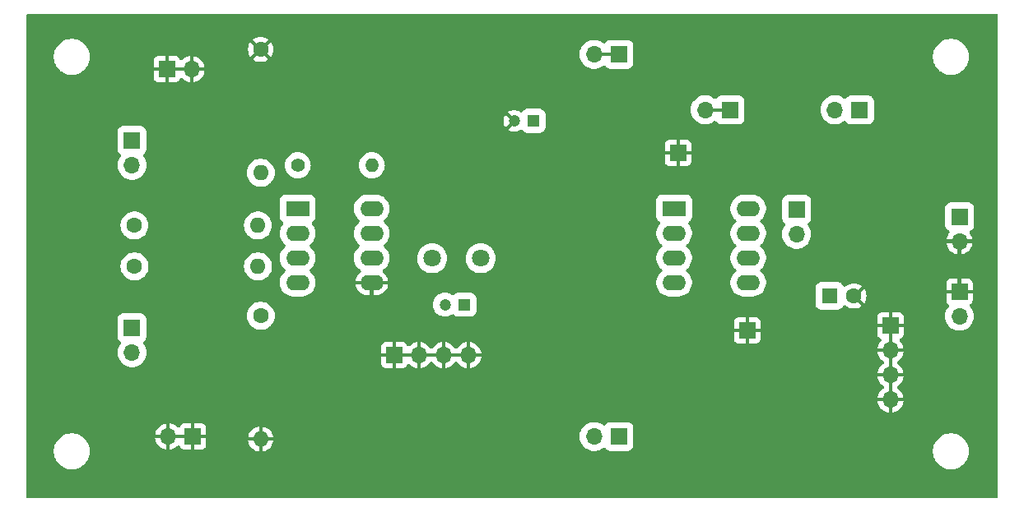
<source format=gbr>
%TF.GenerationSoftware,KiCad,Pcbnew,8.0.0-8.0.0-1~ubuntu22.04.1*%
%TF.CreationDate,2024-03-07T15:00:58-08:00*%
%TF.ProjectId,INAAmplifierRev2,494e4141-6d70-46c6-9966-696572526576,rev?*%
%TF.SameCoordinates,PX2bf7208PY9a4d770*%
%TF.FileFunction,Copper,L2,Bot*%
%TF.FilePolarity,Positive*%
%FSLAX46Y46*%
G04 Gerber Fmt 4.6, Leading zero omitted, Abs format (unit mm)*
G04 Created by KiCad (PCBNEW 8.0.0-8.0.0-1~ubuntu22.04.1) date 2024-03-07 15:00:58*
%MOMM*%
%LPD*%
G01*
G04 APERTURE LIST*
%TA.AperFunction,ComponentPad*%
%ADD10R,1.700000X1.700000*%
%TD*%
%TA.AperFunction,ComponentPad*%
%ADD11O,1.700000X1.700000*%
%TD*%
%TA.AperFunction,ComponentPad*%
%ADD12R,2.400000X1.600000*%
%TD*%
%TA.AperFunction,ComponentPad*%
%ADD13O,2.400000X1.600000*%
%TD*%
%TA.AperFunction,ComponentPad*%
%ADD14R,1.200000X1.200000*%
%TD*%
%TA.AperFunction,ComponentPad*%
%ADD15C,1.200000*%
%TD*%
%TA.AperFunction,ComponentPad*%
%ADD16C,1.600000*%
%TD*%
%TA.AperFunction,ComponentPad*%
%ADD17O,1.600000X1.600000*%
%TD*%
%TA.AperFunction,ComponentPad*%
%ADD18C,1.400000*%
%TD*%
%TA.AperFunction,ComponentPad*%
%ADD19O,1.400000X1.400000*%
%TD*%
%TA.AperFunction,ComponentPad*%
%ADD20R,1.600000X1.600000*%
%TD*%
%TA.AperFunction,ComponentPad*%
%ADD21C,1.800000*%
%TD*%
%TA.AperFunction,Conductor*%
%ADD22C,0.355600*%
%TD*%
G04 APERTURE END LIST*
D10*
%TO.P,J15,1,Pin_1*%
%TO.N,GND*%
X96000000Y21275000D03*
D11*
%TO.P,J15,2,Pin_2*%
%TO.N,-9V*%
X96000000Y18735000D03*
%TD*%
D12*
%TO.P,U2,1*%
%TO.N,/ConditionedOutput*%
X66660000Y29835000D03*
D13*
%TO.P,U2,2,-*%
%TO.N,Net-(U2A--)*%
X66660000Y27295000D03*
%TO.P,U2,3,+*%
%TO.N,Net-(U2A-+)*%
X66660000Y24755000D03*
%TO.P,U2,4,V-*%
%TO.N,-9V*%
X66660000Y22215000D03*
%TO.P,U2,5,+*%
%TO.N,Net-(U2B-+)*%
X74280000Y22215000D03*
%TO.P,U2,6,-*%
%TO.N,/DC_Bias_Buffer*%
X74280000Y24755000D03*
%TO.P,U2,7*%
X74280000Y27295000D03*
%TO.P,U2,8,V+*%
%TO.N,+9V*%
X74280000Y29835000D03*
%TD*%
D14*
%TO.P,C5,1*%
%TO.N,Net-(U2A-+)*%
X45081323Y19925060D03*
D15*
%TO.P,C5,2*%
%TO.N,Net-(C14-Pad1)*%
X43081323Y19925060D03*
%TD*%
D10*
%TO.P,J6,1,Pin_1*%
%TO.N,/ConditionedOutput*%
X85730000Y40005000D03*
D11*
%TO.P,J6,2,Pin_2*%
X83190000Y40005000D03*
%TD*%
D10*
%TO.P,J14,1,Pin_1*%
%TO.N,GND*%
X88900000Y17770000D03*
D11*
%TO.P,J14,2,Pin_2*%
X88900000Y15230000D03*
%TO.P,J14,3,Pin_3*%
X88900000Y12690000D03*
%TO.P,J14,4,Pin_4*%
X88900000Y10150000D03*
%TD*%
D16*
%TO.P,R2,1*%
%TO.N,/PosInput*%
X11152500Y23876000D03*
D17*
%TO.P,R2,2*%
%TO.N,/PosInputProtected*%
X23852500Y23876000D03*
%TD*%
D18*
%TO.P,R10,1*%
%TO.N,/Gain2*%
X27940000Y34290000D03*
D19*
%TO.P,R10,2*%
%TO.N,/Gain1*%
X35560000Y34290000D03*
%TD*%
D10*
%TO.P,J8,1,Pin_1*%
%TO.N,-9V*%
X60965000Y6350000D03*
D11*
%TO.P,J8,2,Pin_2*%
X58425000Y6350000D03*
%TD*%
D20*
%TO.P,C13,1*%
%TO.N,Net-(U2B-+)*%
X82637621Y20828000D03*
D16*
%TO.P,C13,2*%
%TO.N,GND*%
X85137621Y20828000D03*
%TD*%
D12*
%TO.P,U1,1,Rg*%
%TO.N,/Gain2*%
X27925000Y29835000D03*
D13*
%TO.P,U1,2,-*%
%TO.N,/NegInputProtected*%
X27925000Y27295000D03*
%TO.P,U1,3,+*%
%TO.N,/PosInputProtected*%
X27925000Y24755000D03*
%TO.P,U1,4,V-*%
%TO.N,-9V*%
X27925000Y22215000D03*
%TO.P,U1,5,Ref*%
%TO.N,GND*%
X35545000Y22215000D03*
%TO.P,U1,6*%
%TO.N,Net-(C14-Pad1)*%
X35545000Y24755000D03*
%TO.P,U1,7,V+*%
%TO.N,+9V*%
X35545000Y27295000D03*
%TO.P,U1,8,Rg*%
%TO.N,/Gain1*%
X35545000Y29835000D03*
%TD*%
D16*
%TO.P,R5,1*%
%TO.N,/PosInputProtected*%
X24130000Y18796000D03*
D17*
%TO.P,R5,2*%
%TO.N,GND*%
X24130000Y6096000D03*
%TD*%
D10*
%TO.P,J4,1,Pin_1*%
%TO.N,/DC_Bias_Buffer*%
X79248000Y29723000D03*
D11*
%TO.P,J4,2,Pin_2*%
X79248000Y27183000D03*
%TD*%
D16*
%TO.P,R6,1*%
%TO.N,GND*%
X24130000Y46228000D03*
D17*
%TO.P,R6,2*%
%TO.N,/NegInputProtected*%
X24130000Y33528000D03*
%TD*%
D10*
%TO.P,J5,1,Pin_1*%
%TO.N,/ConditionedOutput*%
X72390000Y40005000D03*
D11*
%TO.P,J5,2,Pin_2*%
X69850000Y40005000D03*
%TD*%
D10*
%TO.P,J12,1,Pin_1*%
%TO.N,GND*%
X37856000Y14732000D03*
D11*
%TO.P,J12,2,Pin_2*%
X40396000Y14732000D03*
%TO.P,J12,3,Pin_3*%
X42936000Y14732000D03*
%TO.P,J12,4,Pin_4*%
X45476000Y14732000D03*
%TD*%
D16*
%TO.P,R3,1*%
%TO.N,/NegInput*%
X11142867Y28097038D03*
D17*
%TO.P,R3,2*%
%TO.N,/NegInputProtected*%
X23842867Y28097038D03*
%TD*%
D21*
%TO.P,C14,1*%
%TO.N,Net-(C14-Pad1)*%
X41761057Y24704546D03*
%TO.P,C14,2*%
%TO.N,Net-(U2A-+)*%
X46761057Y24704546D03*
%TD*%
D14*
%TO.P,C7,1*%
%TO.N,Net-(C7-Pad1)*%
X52197000Y38862000D03*
D15*
%TO.P,C7,2*%
%TO.N,GND*%
X50197000Y38862000D03*
%TD*%
D10*
%TO.P,J7,1,Pin_1*%
%TO.N,+9V*%
X60960000Y45720000D03*
D11*
%TO.P,J7,2,Pin_2*%
X58420000Y45720000D03*
%TD*%
D10*
%TO.P,J1,1,Pin_1*%
%TO.N,/PosInput*%
X10898500Y17531000D03*
D11*
%TO.P,J1,2,Pin_2*%
X10898500Y14991000D03*
%TD*%
D10*
%TO.P,J3,1,Pin_1*%
%TO.N,GND*%
X17150000Y6350000D03*
D11*
%TO.P,J3,2,Pin_2*%
X14610000Y6350000D03*
%TD*%
D10*
%TO.P,J11,1,Pin_1*%
%TO.N,GND*%
X74168000Y17272000D03*
%TD*%
%TO.P,J10,1,Pin_1*%
%TO.N,GND*%
X67056000Y35560000D03*
%TD*%
%TO.P,J2,1,Pin_1*%
%TO.N,/NegInput*%
X10898500Y36835000D03*
D11*
%TO.P,J2,2,Pin_2*%
X10898500Y34295000D03*
%TD*%
D10*
%TO.P,J13,1,Pin_1*%
%TO.N,+9V*%
X96000000Y29000000D03*
D11*
%TO.P,J13,2,Pin_2*%
%TO.N,GND*%
X96000000Y26460000D03*
%TD*%
D10*
%TO.P,J9,1,Pin_1*%
%TO.N,GND*%
X14473000Y44196000D03*
D11*
%TO.P,J9,2,Pin_2*%
X17013000Y44196000D03*
%TD*%
D22*
%TO.N,+9V*%
X60960000Y45720000D02*
X58420000Y45720000D01*
%TO.N,-9V*%
X60965000Y6350000D02*
X60965000Y6101000D01*
X60965000Y6101000D02*
X60960000Y6096000D01*
%TO.N,/ConditionedOutput*%
X69850000Y40005000D02*
X72390000Y40005000D01*
%TD*%
%TA.AperFunction,Conductor*%
%TO.N,GND*%
G36*
X16650000Y6415826D02*
G01*
X16650000Y6284174D01*
X16680004Y6172200D01*
X15079996Y6172200D01*
X15110000Y6284174D01*
X15110000Y6415826D01*
X15079996Y6527800D01*
X16680004Y6527800D01*
X16650000Y6415826D01*
G37*
%TD.AperFunction*%
%TA.AperFunction,Conductor*%
G36*
X89077800Y10619997D02*
G01*
X88965826Y10650000D01*
X88834174Y10650000D01*
X88722200Y10619997D01*
X88722200Y12220004D01*
X88834174Y12190000D01*
X88965826Y12190000D01*
X89077800Y12220004D01*
X89077800Y10619997D01*
G37*
%TD.AperFunction*%
%TA.AperFunction,Conductor*%
G36*
X89077800Y13159997D02*
G01*
X88965826Y13190000D01*
X88834174Y13190000D01*
X88722200Y13159997D01*
X88722200Y14760004D01*
X88834174Y14730000D01*
X88965826Y14730000D01*
X89077800Y14760004D01*
X89077800Y13159997D01*
G37*
%TD.AperFunction*%
%TA.AperFunction,Conductor*%
G36*
X89077800Y15699997D02*
G01*
X88965826Y15730000D01*
X88834174Y15730000D01*
X88722200Y15699997D01*
X88722200Y17300004D01*
X88834174Y17270000D01*
X88965826Y17270000D01*
X89077800Y17300004D01*
X89077800Y15699997D01*
G37*
%TD.AperFunction*%
%TA.AperFunction,Conductor*%
G36*
X39896000Y14797826D02*
G01*
X39896000Y14666174D01*
X39926004Y14554200D01*
X38325996Y14554200D01*
X38356000Y14666174D01*
X38356000Y14797826D01*
X38325996Y14909800D01*
X39926004Y14909800D01*
X39896000Y14797826D01*
G37*
%TD.AperFunction*%
%TA.AperFunction,Conductor*%
G36*
X42436000Y14797826D02*
G01*
X42436000Y14666174D01*
X42466004Y14554200D01*
X40865996Y14554200D01*
X40896000Y14666174D01*
X40896000Y14797826D01*
X40865996Y14909800D01*
X42466004Y14909800D01*
X42436000Y14797826D01*
G37*
%TD.AperFunction*%
%TA.AperFunction,Conductor*%
G36*
X44976000Y14797826D02*
G01*
X44976000Y14666174D01*
X45006004Y14554200D01*
X43405996Y14554200D01*
X43436000Y14666174D01*
X43436000Y14797826D01*
X43405996Y14909800D01*
X45006004Y14909800D01*
X44976000Y14797826D01*
G37*
%TD.AperFunction*%
%TA.AperFunction,Conductor*%
G36*
X16513000Y44261826D02*
G01*
X16513000Y44130174D01*
X16543004Y44018200D01*
X14942996Y44018200D01*
X14973000Y44130174D01*
X14973000Y44261826D01*
X14942996Y44373800D01*
X16543004Y44373800D01*
X16513000Y44261826D01*
G37*
%TD.AperFunction*%
%TA.AperFunction,Conductor*%
G36*
X99854363Y49890749D02*
G01*
X99917704Y49834634D01*
X99947711Y49755511D01*
X99949000Y49734200D01*
X99949000Y176800D01*
X99928749Y94637D01*
X99872634Y31296D01*
X99793511Y1289D01*
X99772200Y0D01*
X176800Y0D01*
X94637Y20251D01*
X31296Y76366D01*
X1289Y155489D01*
X0Y176800D01*
X0Y4704709D01*
X2848500Y4704709D01*
X2880161Y4464215D01*
X2942946Y4229898D01*
X3035774Y4005791D01*
X3035777Y4005785D01*
X3096420Y3900750D01*
X3157064Y3795711D01*
X3157067Y3795707D01*
X3157069Y3795704D01*
X3304729Y3603268D01*
X3304736Y3603260D01*
X3476259Y3431737D01*
X3476267Y3431730D01*
X3668703Y3284070D01*
X3668711Y3284064D01*
X3834390Y3188409D01*
X3878784Y3162778D01*
X3878790Y3162775D01*
X4102897Y3069947D01*
X4102898Y3069947D01*
X4102900Y3069946D01*
X4337211Y3007162D01*
X4457461Y2991331D01*
X4577709Y2975500D01*
X4577712Y2975500D01*
X4820291Y2975500D01*
X4923359Y2989070D01*
X5060789Y3007162D01*
X5295100Y3069946D01*
X5519212Y3162776D01*
X5729289Y3284064D01*
X5847360Y3374664D01*
X5921732Y3431730D01*
X5921740Y3431737D01*
X6093263Y3603260D01*
X6093270Y3603268D01*
X6150336Y3677640D01*
X6240936Y3795711D01*
X6362224Y4005788D01*
X6455054Y4229900D01*
X6517838Y4464211D01*
X6549500Y4704709D01*
X93272500Y4704709D01*
X93304161Y4464215D01*
X93366946Y4229898D01*
X93459774Y4005791D01*
X93459777Y4005785D01*
X93520420Y3900750D01*
X93581064Y3795711D01*
X93581067Y3795707D01*
X93581069Y3795704D01*
X93728729Y3603268D01*
X93728736Y3603260D01*
X93900259Y3431737D01*
X93900267Y3431730D01*
X94092703Y3284070D01*
X94092711Y3284064D01*
X94258390Y3188409D01*
X94302784Y3162778D01*
X94302790Y3162775D01*
X94526897Y3069947D01*
X94526898Y3069947D01*
X94526900Y3069946D01*
X94761211Y3007162D01*
X94881461Y2991331D01*
X95001709Y2975500D01*
X95001712Y2975500D01*
X95244291Y2975500D01*
X95347359Y2989070D01*
X95484789Y3007162D01*
X95719100Y3069946D01*
X95943212Y3162776D01*
X96153289Y3284064D01*
X96271360Y3374664D01*
X96345732Y3431730D01*
X96345740Y3431737D01*
X96517263Y3603260D01*
X96517270Y3603268D01*
X96574336Y3677640D01*
X96664936Y3795711D01*
X96786224Y4005788D01*
X96879054Y4229900D01*
X96941838Y4464211D01*
X96973500Y4704712D01*
X96973500Y4947288D01*
X96973500Y4947292D01*
X96947759Y5142811D01*
X96941838Y5187789D01*
X96879054Y5422100D01*
X96873934Y5434460D01*
X96786225Y5646210D01*
X96786222Y5646216D01*
X96741741Y5723259D01*
X96664936Y5856289D01*
X96654883Y5869391D01*
X96517270Y6048733D01*
X96517263Y6048741D01*
X96345740Y6220264D01*
X96345732Y6220271D01*
X96153296Y6367931D01*
X96153293Y6367933D01*
X96153289Y6367936D01*
X95978690Y6468741D01*
X95943215Y6489223D01*
X95943209Y6489226D01*
X95719102Y6582054D01*
X95484785Y6644839D01*
X95244291Y6676500D01*
X95244288Y6676500D01*
X95001712Y6676500D01*
X95001709Y6676500D01*
X94761214Y6644839D01*
X94526897Y6582054D01*
X94302790Y6489226D01*
X94302784Y6489223D01*
X94092713Y6367937D01*
X94092703Y6367931D01*
X93900267Y6220271D01*
X93900259Y6220264D01*
X93728736Y6048741D01*
X93728729Y6048733D01*
X93581069Y5856297D01*
X93581063Y5856287D01*
X93459777Y5646216D01*
X93459774Y5646210D01*
X93366946Y5422103D01*
X93304161Y5187786D01*
X93272500Y4947292D01*
X93272500Y4704709D01*
X6549500Y4704709D01*
X6549500Y4704712D01*
X6549500Y4947288D01*
X6549500Y4947292D01*
X6523759Y5142811D01*
X6517838Y5187789D01*
X6455054Y5422100D01*
X6449934Y5434460D01*
X6362225Y5646210D01*
X6362222Y5646216D01*
X6317741Y5723259D01*
X6240936Y5856289D01*
X6230883Y5869391D01*
X6093270Y6048733D01*
X6093263Y6048741D01*
X5969804Y6172200D01*
X13270398Y6172200D01*
X13275429Y6114683D01*
X13336568Y5886511D01*
X13336569Y5886509D01*
X13436398Y5672423D01*
X13571890Y5478923D01*
X13571899Y5478912D01*
X13738911Y5311900D01*
X13738922Y5311891D01*
X13932422Y5176399D01*
X14146508Y5076570D01*
X14146510Y5076569D01*
X14374683Y5015430D01*
X14374681Y5015430D01*
X14432199Y5010399D01*
X14432200Y5010399D01*
X14432200Y5880004D01*
X14544174Y5850000D01*
X14675826Y5850000D01*
X14787800Y5880004D01*
X14787800Y5010399D01*
X14845317Y5015430D01*
X15073489Y5076569D01*
X15073491Y5076570D01*
X15287577Y5176399D01*
X15481077Y5311891D01*
X15481081Y5311894D01*
X15545427Y5376240D01*
X15617844Y5420018D01*
X15702312Y5425128D01*
X15779479Y5390399D01*
X15831667Y5323786D01*
X15836097Y5313008D01*
X15856646Y5257913D01*
X15942810Y5142811D01*
X16057911Y5056647D01*
X16192625Y5006402D01*
X16252172Y5000000D01*
X16972200Y5000000D01*
X16972200Y5880004D01*
X17084174Y5850000D01*
X17215826Y5850000D01*
X17327800Y5880004D01*
X17327800Y5000000D01*
X18047828Y5000000D01*
X18107374Y5006402D01*
X18242088Y5056647D01*
X18357189Y5142811D01*
X18443353Y5257912D01*
X18493598Y5392626D01*
X18500000Y5452173D01*
X18500000Y6172200D01*
X17619996Y6172200D01*
X17647221Y6273801D01*
X22840588Y6273801D01*
X22840589Y6273800D01*
X23770772Y6273800D01*
X23757259Y6250394D01*
X23730000Y6148661D01*
X23730000Y6043339D01*
X23757259Y5941606D01*
X23770772Y5918200D01*
X22840589Y5918200D01*
X22844859Y5869395D01*
X22844860Y5869391D01*
X22903733Y5649673D01*
X22999864Y5443520D01*
X22999864Y5443519D01*
X23130338Y5257185D01*
X23130347Y5257174D01*
X23291173Y5096348D01*
X23291184Y5096339D01*
X23477518Y4965865D01*
X23683671Y4869734D01*
X23903394Y4810860D01*
X23952200Y4806591D01*
X23952200Y5736773D01*
X23975606Y5723259D01*
X24077339Y5696000D01*
X24182661Y5696000D01*
X24284394Y5723259D01*
X24307800Y5736773D01*
X24307800Y4806592D01*
X24356605Y4810860D01*
X24576328Y4869734D01*
X24782480Y4965865D01*
X24782481Y4965865D01*
X24968815Y5096339D01*
X24968826Y5096348D01*
X25129652Y5257174D01*
X25129661Y5257185D01*
X25260135Y5443519D01*
X25260135Y5443520D01*
X25356266Y5649673D01*
X25415139Y5869391D01*
X25415140Y5869395D01*
X25419411Y5918200D01*
X24489228Y5918200D01*
X24502741Y5941606D01*
X24530000Y6043339D01*
X24530000Y6148661D01*
X24502741Y6250394D01*
X24489228Y6273800D01*
X25419411Y6273800D01*
X25419411Y6273801D01*
X25415140Y6322606D01*
X25415139Y6322610D01*
X25407800Y6349999D01*
X56934409Y6349999D01*
X56954738Y6104659D01*
X56954739Y6104654D01*
X57015171Y5866010D01*
X57015173Y5866006D01*
X57114064Y5640557D01*
X57248714Y5434460D01*
X57415450Y5253337D01*
X57415454Y5253334D01*
X57415453Y5253334D01*
X57476303Y5205973D01*
X57609724Y5102127D01*
X57609726Y5102126D01*
X57609730Y5102123D01*
X57693764Y5056647D01*
X57826236Y4984957D01*
X57826239Y4984956D01*
X58059074Y4905023D01*
X58059078Y4905023D01*
X58059082Y4905021D01*
X58301908Y4864500D01*
X58301912Y4864500D01*
X58548088Y4864500D01*
X58548092Y4864500D01*
X58790918Y4905021D01*
X58790924Y4905023D01*
X58790925Y4905023D01*
X58914049Y4947292D01*
X59023764Y4984957D01*
X59229581Y5096339D01*
X59240269Y5102123D01*
X59240269Y5102124D01*
X59240276Y5102127D01*
X59336302Y5176868D01*
X59413575Y5211350D01*
X59498026Y5205973D01*
X59570305Y5161965D01*
X59597072Y5127343D01*
X59608866Y5107401D01*
X59608866Y5107400D01*
X59722398Y4993868D01*
X59722400Y4993867D01*
X59722402Y4993865D01*
X59860607Y4912131D01*
X60014796Y4867335D01*
X60050819Y4864500D01*
X61879180Y4864501D01*
X61879188Y4864501D01*
X61903196Y4866391D01*
X61915204Y4867335D01*
X62069393Y4912131D01*
X62207598Y4993865D01*
X62321135Y5107402D01*
X62402869Y5245607D01*
X62447665Y5399796D01*
X62450500Y5435819D01*
X62450499Y7264180D01*
X62450499Y7264189D01*
X62447665Y7300201D01*
X62447665Y7300204D01*
X62402870Y7454390D01*
X62402869Y7454391D01*
X62402869Y7454393D01*
X62321135Y7592598D01*
X62321133Y7592600D01*
X62321132Y7592602D01*
X62207601Y7706133D01*
X62192535Y7715043D01*
X62069393Y7787869D01*
X62069389Y7787870D01*
X62069388Y7787871D01*
X61915205Y7832665D01*
X61909200Y7833138D01*
X61879181Y7835500D01*
X61879176Y7835500D01*
X60050811Y7835500D01*
X60014799Y7832666D01*
X60014796Y7832666D01*
X59860610Y7787871D01*
X59722398Y7706133D01*
X59608867Y7592602D01*
X59597071Y7572655D01*
X59537815Y7512243D01*
X59457271Y7486289D01*
X59373892Y7500738D01*
X59336300Y7523135D01*
X59240275Y7597874D01*
X59240270Y7597877D01*
X59023762Y7715044D01*
X59023760Y7715045D01*
X58790925Y7794978D01*
X58742070Y7803131D01*
X58548092Y7835500D01*
X58301908Y7835500D01*
X58107929Y7803131D01*
X58059075Y7794978D01*
X58059074Y7794978D01*
X57826239Y7715045D01*
X57826237Y7715044D01*
X57609730Y7597878D01*
X57415454Y7446667D01*
X57415451Y7446664D01*
X57415450Y7446663D01*
X57248714Y7265540D01*
X57237142Y7247828D01*
X57114067Y7059449D01*
X57114065Y7059445D01*
X57114064Y7059443D01*
X57079465Y6980566D01*
X57015171Y6833991D01*
X56954739Y6595347D01*
X56954738Y6595342D01*
X56934409Y6350002D01*
X56934409Y6349999D01*
X25407800Y6349999D01*
X25356266Y6542328D01*
X25260135Y6748481D01*
X25260135Y6748482D01*
X25129661Y6934816D01*
X25129652Y6934827D01*
X24968826Y7095653D01*
X24968815Y7095662D01*
X24782481Y7226136D01*
X24576327Y7322267D01*
X24356609Y7381140D01*
X24356605Y7381141D01*
X24307800Y7385412D01*
X24307800Y6455228D01*
X24284394Y6468741D01*
X24182661Y6496000D01*
X24077339Y6496000D01*
X23975606Y6468741D01*
X23952200Y6455228D01*
X23952200Y7385411D01*
X23952199Y7385412D01*
X23903394Y7381141D01*
X23903390Y7381140D01*
X23683672Y7322267D01*
X23477519Y7226136D01*
X23477518Y7226136D01*
X23291184Y7095662D01*
X23291173Y7095653D01*
X23130347Y6934827D01*
X23130338Y6934816D01*
X22999864Y6748482D01*
X22999864Y6748481D01*
X22903733Y6542328D01*
X22844860Y6322610D01*
X22844859Y6322606D01*
X22840588Y6273801D01*
X17647221Y6273801D01*
X17650000Y6284174D01*
X17650000Y6415826D01*
X17619996Y6527800D01*
X18500000Y6527800D01*
X18500000Y7247828D01*
X18493598Y7307375D01*
X18443353Y7442089D01*
X18357189Y7557190D01*
X18242088Y7643354D01*
X18107374Y7693599D01*
X18047828Y7700000D01*
X17327800Y7700000D01*
X17327800Y6819997D01*
X17215826Y6850000D01*
X17084174Y6850000D01*
X16972200Y6819997D01*
X16972200Y7700000D01*
X16252172Y7700000D01*
X16192625Y7693599D01*
X16057911Y7643354D01*
X15942810Y7557190D01*
X15856646Y7442089D01*
X15836097Y7386992D01*
X15788409Y7317087D01*
X15713698Y7277350D01*
X15629077Y7276885D01*
X15553933Y7315798D01*
X15545428Y7323761D01*
X15481088Y7388101D01*
X15481077Y7388110D01*
X15287577Y7523602D01*
X15073491Y7623431D01*
X15073489Y7623432D01*
X14845317Y7684570D01*
X14787800Y7689602D01*
X14787800Y6819997D01*
X14675826Y6850000D01*
X14544174Y6850000D01*
X14432200Y6819997D01*
X14432200Y7689602D01*
X14432199Y7689602D01*
X14374682Y7684570D01*
X14146510Y7623432D01*
X13932423Y7523602D01*
X13932417Y7523598D01*
X13738927Y7388115D01*
X13738913Y7388103D01*
X13571897Y7221087D01*
X13571885Y7221073D01*
X13436402Y7027583D01*
X13436398Y7027577D01*
X13336568Y6813490D01*
X13275429Y6585318D01*
X13270398Y6527801D01*
X13270399Y6527800D01*
X14140004Y6527800D01*
X14110000Y6415826D01*
X14110000Y6284174D01*
X14140004Y6172200D01*
X13270398Y6172200D01*
X5969804Y6172200D01*
X5921740Y6220264D01*
X5921732Y6220271D01*
X5729296Y6367931D01*
X5729293Y6367933D01*
X5729289Y6367936D01*
X5554690Y6468741D01*
X5519215Y6489223D01*
X5519209Y6489226D01*
X5295102Y6582054D01*
X5060785Y6644839D01*
X4820291Y6676500D01*
X4820288Y6676500D01*
X4577712Y6676500D01*
X4577709Y6676500D01*
X4337214Y6644839D01*
X4102897Y6582054D01*
X3878790Y6489226D01*
X3878784Y6489223D01*
X3668713Y6367937D01*
X3668703Y6367931D01*
X3476267Y6220271D01*
X3476259Y6220264D01*
X3304736Y6048741D01*
X3304729Y6048733D01*
X3157069Y5856297D01*
X3157063Y5856287D01*
X3035777Y5646216D01*
X3035774Y5646210D01*
X2942946Y5422103D01*
X2880161Y5187786D01*
X2848500Y4947292D01*
X2848500Y4704709D01*
X0Y4704709D01*
X0Y14990999D01*
X9407909Y14990999D01*
X9428238Y14745659D01*
X9428239Y14745654D01*
X9488671Y14507010D01*
X9488673Y14507006D01*
X9587564Y14281557D01*
X9722214Y14075460D01*
X9888950Y13894337D01*
X9888954Y13894334D01*
X9888953Y13894334D01*
X9931880Y13860923D01*
X10083224Y13743127D01*
X10083226Y13743126D01*
X10083230Y13743123D01*
X10174204Y13693891D01*
X10299736Y13625957D01*
X10299739Y13625956D01*
X10532574Y13546023D01*
X10532578Y13546023D01*
X10532582Y13546021D01*
X10775408Y13505500D01*
X10775412Y13505500D01*
X11021588Y13505500D01*
X11021592Y13505500D01*
X11264418Y13546021D01*
X11264424Y13546023D01*
X11264425Y13546023D01*
X11385326Y13587529D01*
X11497264Y13625957D01*
X11713776Y13743127D01*
X11830752Y13834173D01*
X36506000Y13834173D01*
X36512401Y13774626D01*
X36562646Y13639912D01*
X36648810Y13524811D01*
X36763911Y13438647D01*
X36898625Y13388402D01*
X36958172Y13382000D01*
X37678200Y13382000D01*
X37678200Y14262004D01*
X37790174Y14232000D01*
X37921826Y14232000D01*
X38033800Y14262004D01*
X38033800Y13382000D01*
X38753828Y13382000D01*
X38813374Y13388402D01*
X38948088Y13438647D01*
X39063189Y13524811D01*
X39149352Y13639911D01*
X39169901Y13695006D01*
X39217587Y13764912D01*
X39292298Y13804651D01*
X39376919Y13805117D01*
X39452064Y13766205D01*
X39460571Y13758240D01*
X39524911Y13693900D01*
X39524922Y13693891D01*
X39718422Y13558399D01*
X39932508Y13458570D01*
X39932510Y13458569D01*
X40160683Y13397430D01*
X40160681Y13397430D01*
X40218199Y13392399D01*
X40218200Y13392399D01*
X40218200Y14262004D01*
X40330174Y14232000D01*
X40461826Y14232000D01*
X40573800Y14262004D01*
X40573800Y13392399D01*
X40631317Y13397430D01*
X40859489Y13458569D01*
X40859491Y13458570D01*
X41073577Y13558399D01*
X41267077Y13693891D01*
X41267088Y13693900D01*
X41434100Y13860912D01*
X41434114Y13860928D01*
X41521174Y13985262D01*
X41584890Y14040951D01*
X41667187Y14060650D01*
X41749212Y14039848D01*
X41810826Y13985262D01*
X41897885Y13860928D01*
X41897899Y13860912D01*
X42064911Y13693900D01*
X42064922Y13693891D01*
X42258422Y13558399D01*
X42472508Y13458570D01*
X42472510Y13458569D01*
X42700683Y13397430D01*
X42700681Y13397430D01*
X42758200Y13392399D01*
X42758200Y14262004D01*
X42870174Y14232000D01*
X43001826Y14232000D01*
X43113800Y14262004D01*
X43113800Y13392399D01*
X43171317Y13397430D01*
X43399489Y13458569D01*
X43399491Y13458570D01*
X43613577Y13558399D01*
X43807077Y13693891D01*
X43807088Y13693900D01*
X43974100Y13860912D01*
X43974114Y13860928D01*
X44061174Y13985262D01*
X44124890Y14040951D01*
X44207187Y14060650D01*
X44289212Y14039848D01*
X44350826Y13985262D01*
X44437885Y13860928D01*
X44437899Y13860912D01*
X44604911Y13693900D01*
X44604922Y13693891D01*
X44798422Y13558399D01*
X45012508Y13458570D01*
X45012510Y13458569D01*
X45240683Y13397430D01*
X45240681Y13397430D01*
X45298199Y13392399D01*
X45298200Y13392399D01*
X45298200Y14262004D01*
X45410174Y14232000D01*
X45541826Y14232000D01*
X45653800Y14262004D01*
X45653800Y13392399D01*
X45711317Y13397430D01*
X45939489Y13458569D01*
X45939491Y13458570D01*
X46153577Y13558399D01*
X46347077Y13693891D01*
X46347088Y13693900D01*
X46514100Y13860912D01*
X46514109Y13860923D01*
X46649601Y14054423D01*
X46749430Y14268509D01*
X46749431Y14268511D01*
X46810570Y14496683D01*
X46815601Y14554200D01*
X45945996Y14554200D01*
X45976000Y14666174D01*
X45976000Y14797826D01*
X45945996Y14909800D01*
X46815601Y14909800D01*
X46815601Y14909801D01*
X46810570Y14967318D01*
X46749431Y15195490D01*
X46649601Y15409577D01*
X46649597Y15409583D01*
X46514114Y15603073D01*
X46514102Y15603087D01*
X46347088Y15770101D01*
X46347077Y15770110D01*
X46153577Y15905602D01*
X45939491Y16005431D01*
X45939489Y16005432D01*
X45711317Y16066570D01*
X45653800Y16071602D01*
X45653800Y15201997D01*
X45541826Y15232000D01*
X45410174Y15232000D01*
X45298200Y15201997D01*
X45298200Y16071602D01*
X45298199Y16071602D01*
X45240682Y16066570D01*
X45012510Y16005432D01*
X44798423Y15905602D01*
X44798417Y15905598D01*
X44604927Y15770115D01*
X44604913Y15770103D01*
X44437897Y15603087D01*
X44437889Y15603077D01*
X44350826Y15478738D01*
X44287110Y15423050D01*
X44204813Y15403351D01*
X44122788Y15424154D01*
X44061174Y15478738D01*
X43974110Y15603077D01*
X43974102Y15603087D01*
X43807088Y15770101D01*
X43807077Y15770110D01*
X43613577Y15905602D01*
X43399491Y16005431D01*
X43399489Y16005432D01*
X43171317Y16066570D01*
X43113800Y16071602D01*
X43113800Y15201997D01*
X43001826Y15232000D01*
X42870174Y15232000D01*
X42758200Y15201997D01*
X42758200Y16071602D01*
X42700682Y16066570D01*
X42472510Y16005432D01*
X42258423Y15905602D01*
X42258417Y15905598D01*
X42064927Y15770115D01*
X42064913Y15770103D01*
X41897897Y15603087D01*
X41897889Y15603077D01*
X41810826Y15478738D01*
X41747110Y15423050D01*
X41664813Y15403351D01*
X41582788Y15424154D01*
X41521174Y15478738D01*
X41434110Y15603077D01*
X41434102Y15603087D01*
X41267088Y15770101D01*
X41267077Y15770110D01*
X41073577Y15905602D01*
X40859491Y16005431D01*
X40859489Y16005432D01*
X40631317Y16066570D01*
X40573800Y16071602D01*
X40573800Y15201997D01*
X40461826Y15232000D01*
X40330174Y15232000D01*
X40218200Y15201997D01*
X40218200Y16071602D01*
X40218199Y16071602D01*
X40160682Y16066570D01*
X39932510Y16005432D01*
X39718423Y15905602D01*
X39718417Y15905598D01*
X39524927Y15770115D01*
X39524918Y15770107D01*
X39460571Y15705760D01*
X39388152Y15661982D01*
X39303685Y15656873D01*
X39226518Y15691604D01*
X39174331Y15758217D01*
X39169901Y15768994D01*
X39149352Y15824090D01*
X39063189Y15939190D01*
X38948088Y16025354D01*
X38813374Y16075599D01*
X38753828Y16082000D01*
X38033800Y16082000D01*
X38033800Y15201997D01*
X37921826Y15232000D01*
X37790174Y15232000D01*
X37678200Y15201997D01*
X37678200Y16082000D01*
X36958172Y16082000D01*
X36898625Y16075599D01*
X36763911Y16025354D01*
X36648810Y15939190D01*
X36562646Y15824089D01*
X36512401Y15689375D01*
X36506000Y15629828D01*
X36506000Y14909800D01*
X37386004Y14909800D01*
X37356000Y14797826D01*
X37356000Y14666174D01*
X37386004Y14554200D01*
X36506000Y14554200D01*
X36506000Y13834173D01*
X11830752Y13834173D01*
X11908050Y13894337D01*
X12074786Y14075460D01*
X12209436Y14281557D01*
X12308327Y14507006D01*
X12368761Y14745657D01*
X12389091Y14991000D01*
X12368761Y15236343D01*
X12325343Y15407800D01*
X12308328Y15474991D01*
X12308327Y15474994D01*
X12209436Y15700443D01*
X12074786Y15906540D01*
X12074782Y15906544D01*
X12070786Y15912661D01*
X12072187Y15913577D01*
X12041569Y15982179D01*
X12046942Y16066631D01*
X12090947Y16138911D01*
X12125572Y16165684D01*
X12141098Y16174865D01*
X12254635Y16288402D01*
X12305360Y16374173D01*
X72818000Y16374173D01*
X72824401Y16314626D01*
X72874646Y16179912D01*
X72960810Y16064811D01*
X73075911Y15978647D01*
X73210625Y15928402D01*
X73270172Y15922000D01*
X73990200Y15922000D01*
X73990200Y16802004D01*
X74102174Y16772000D01*
X74233826Y16772000D01*
X74345800Y16802004D01*
X74345800Y15922000D01*
X75065828Y15922000D01*
X75125374Y15928402D01*
X75260088Y15978647D01*
X75375189Y16064811D01*
X75461353Y16179912D01*
X75511598Y16314626D01*
X75518000Y16374173D01*
X75518000Y16872173D01*
X87550000Y16872173D01*
X87556401Y16812626D01*
X87606646Y16677912D01*
X87692810Y16562811D01*
X87807910Y16476648D01*
X87863006Y16456099D01*
X87932912Y16408412D01*
X87972650Y16333701D01*
X87973116Y16249080D01*
X87934203Y16173936D01*
X87926240Y16165429D01*
X87861893Y16101082D01*
X87861885Y16101073D01*
X87726402Y15907583D01*
X87726398Y15907577D01*
X87626568Y15693490D01*
X87565429Y15465318D01*
X87560398Y15407801D01*
X87560399Y15407800D01*
X88430004Y15407800D01*
X88400000Y15295826D01*
X88400000Y15164174D01*
X88430004Y15052200D01*
X87560398Y15052200D01*
X87565429Y14994683D01*
X87626568Y14766511D01*
X87626569Y14766509D01*
X87726398Y14552423D01*
X87861890Y14358923D01*
X87861899Y14358912D01*
X88028911Y14191900D01*
X88028922Y14191890D01*
X88153262Y14104826D01*
X88208950Y14041110D01*
X88228649Y13958812D01*
X88207846Y13876787D01*
X88153262Y13815174D01*
X88028923Y13728111D01*
X88028913Y13728103D01*
X87861897Y13561087D01*
X87861885Y13561073D01*
X87726402Y13367583D01*
X87726398Y13367577D01*
X87626568Y13153490D01*
X87565429Y12925318D01*
X87560398Y12867801D01*
X87560399Y12867800D01*
X88430004Y12867800D01*
X88400000Y12755826D01*
X88400000Y12624174D01*
X88430004Y12512200D01*
X87560398Y12512200D01*
X87565429Y12454683D01*
X87626568Y12226511D01*
X87626569Y12226509D01*
X87726398Y12012423D01*
X87861890Y11818923D01*
X87861899Y11818912D01*
X88028911Y11651900D01*
X88028922Y11651890D01*
X88153262Y11564826D01*
X88208950Y11501110D01*
X88228649Y11418812D01*
X88207846Y11336787D01*
X88153262Y11275174D01*
X88028923Y11188111D01*
X88028913Y11188103D01*
X87861897Y11021087D01*
X87861885Y11021073D01*
X87726402Y10827583D01*
X87726398Y10827577D01*
X87626568Y10613490D01*
X87565429Y10385318D01*
X87560398Y10327801D01*
X87560399Y10327800D01*
X88430004Y10327800D01*
X88400000Y10215826D01*
X88400000Y10084174D01*
X88430004Y9972200D01*
X87560398Y9972200D01*
X87565429Y9914683D01*
X87626568Y9686511D01*
X87626569Y9686509D01*
X87726398Y9472423D01*
X87861890Y9278923D01*
X87861899Y9278912D01*
X88028911Y9111900D01*
X88028922Y9111891D01*
X88222422Y8976399D01*
X88436508Y8876570D01*
X88436510Y8876569D01*
X88664683Y8815430D01*
X88664681Y8815430D01*
X88722199Y8810399D01*
X88722200Y8810399D01*
X88722200Y9680004D01*
X88834174Y9650000D01*
X88965826Y9650000D01*
X89077800Y9680004D01*
X89077800Y8810399D01*
X89135317Y8815430D01*
X89363489Y8876569D01*
X89363491Y8876570D01*
X89577577Y8976399D01*
X89771077Y9111891D01*
X89771088Y9111900D01*
X89938100Y9278912D01*
X89938109Y9278923D01*
X90073601Y9472423D01*
X90173430Y9686509D01*
X90173431Y9686511D01*
X90234570Y9914683D01*
X90239601Y9972200D01*
X89369996Y9972200D01*
X89400000Y10084174D01*
X89400000Y10215826D01*
X89369996Y10327800D01*
X90239601Y10327800D01*
X90239601Y10327801D01*
X90234570Y10385318D01*
X90173431Y10613490D01*
X90073601Y10827577D01*
X90073597Y10827583D01*
X89938114Y11021073D01*
X89938102Y11021087D01*
X89771088Y11188101D01*
X89771072Y11188115D01*
X89646738Y11275174D01*
X89591049Y11338890D01*
X89571350Y11421187D01*
X89592152Y11503212D01*
X89646738Y11564826D01*
X89771072Y11651886D01*
X89771088Y11651900D01*
X89938100Y11818912D01*
X89938109Y11818923D01*
X90073601Y12012423D01*
X90173430Y12226509D01*
X90173431Y12226511D01*
X90234570Y12454683D01*
X90239601Y12512200D01*
X89369996Y12512200D01*
X89400000Y12624174D01*
X89400000Y12755826D01*
X89369996Y12867800D01*
X90239601Y12867800D01*
X90239601Y12867801D01*
X90234570Y12925318D01*
X90173431Y13153490D01*
X90073601Y13367577D01*
X90073597Y13367583D01*
X89938114Y13561073D01*
X89938102Y13561087D01*
X89771088Y13728101D01*
X89771072Y13728115D01*
X89646738Y13815174D01*
X89591049Y13878890D01*
X89571350Y13961187D01*
X89592152Y14043212D01*
X89646738Y14104826D01*
X89771072Y14191886D01*
X89771088Y14191900D01*
X89938100Y14358912D01*
X89938109Y14358923D01*
X90073601Y14552423D01*
X90173430Y14766509D01*
X90173431Y14766511D01*
X90234570Y14994683D01*
X90239601Y15052200D01*
X89369996Y15052200D01*
X89400000Y15164174D01*
X89400000Y15295826D01*
X89369996Y15407800D01*
X90239601Y15407800D01*
X90239601Y15407801D01*
X90234570Y15465318D01*
X90173431Y15693490D01*
X90073601Y15907577D01*
X90073597Y15907583D01*
X89938114Y16101073D01*
X89938102Y16101087D01*
X89873760Y16165429D01*
X89829981Y16237846D01*
X89824872Y16322314D01*
X89859602Y16399481D01*
X89926215Y16451669D01*
X89936994Y16456099D01*
X89992089Y16476648D01*
X90107189Y16562811D01*
X90193353Y16677912D01*
X90243598Y16812626D01*
X90250000Y16872173D01*
X90250000Y17592200D01*
X89369996Y17592200D01*
X89400000Y17704174D01*
X89400000Y17835826D01*
X89369996Y17947800D01*
X90250000Y17947800D01*
X90250000Y18667828D01*
X90243598Y18727375D01*
X90240754Y18734999D01*
X94509409Y18734999D01*
X94529738Y18489659D01*
X94529739Y18489654D01*
X94590171Y18251010D01*
X94590173Y18251006D01*
X94689064Y18025557D01*
X94823714Y17819460D01*
X94990450Y17638337D01*
X94990454Y17638334D01*
X94990453Y17638334D01*
X95087227Y17563012D01*
X95184724Y17487127D01*
X95184726Y17487126D01*
X95184730Y17487123D01*
X95310700Y17418953D01*
X95401236Y17369957D01*
X95401239Y17369956D01*
X95634074Y17290023D01*
X95634078Y17290023D01*
X95634082Y17290021D01*
X95876908Y17249500D01*
X95876912Y17249500D01*
X96123088Y17249500D01*
X96123092Y17249500D01*
X96365918Y17290021D01*
X96365924Y17290023D01*
X96365925Y17290023D01*
X96505169Y17337826D01*
X96598764Y17369957D01*
X96815276Y17487127D01*
X97009550Y17638337D01*
X97176286Y17819460D01*
X97310936Y18025557D01*
X97409827Y18251006D01*
X97470261Y18489657D01*
X97490591Y18735000D01*
X97490409Y18737191D01*
X97470261Y18980342D01*
X97470260Y18980347D01*
X97409828Y19218991D01*
X97407256Y19224855D01*
X97310936Y19444443D01*
X97176286Y19650540D01*
X97094035Y19739888D01*
X97053289Y19814050D01*
X97051674Y19898657D01*
X97089563Y19974323D01*
X97118160Y20001164D01*
X97207189Y20067811D01*
X97293353Y20182912D01*
X97343598Y20317626D01*
X97350000Y20377173D01*
X97350000Y21097200D01*
X96469996Y21097200D01*
X96500000Y21209174D01*
X96500000Y21340826D01*
X96469996Y21452800D01*
X97350000Y21452800D01*
X97350000Y22172828D01*
X97343598Y22232375D01*
X97293353Y22367089D01*
X97207189Y22482190D01*
X97092088Y22568354D01*
X96957374Y22618599D01*
X96897828Y22625000D01*
X96177800Y22625000D01*
X96177800Y21744997D01*
X96065826Y21775000D01*
X95934174Y21775000D01*
X95822200Y21744997D01*
X95822200Y22625000D01*
X95102172Y22625000D01*
X95042625Y22618599D01*
X94907911Y22568354D01*
X94792810Y22482190D01*
X94706646Y22367089D01*
X94656401Y22232375D01*
X94650000Y22172828D01*
X94650000Y21452800D01*
X95530004Y21452800D01*
X95500000Y21340826D01*
X95500000Y21209174D01*
X95530004Y21097200D01*
X94650000Y21097200D01*
X94650000Y20377173D01*
X94656401Y20317626D01*
X94706646Y20182912D01*
X94792809Y20067813D01*
X94881840Y20001164D01*
X94935478Y19935713D01*
X94952555Y19852832D01*
X94929160Y19771508D01*
X94905962Y19739886D01*
X94823718Y19650545D01*
X94823717Y19650545D01*
X94689067Y19444449D01*
X94590171Y19218991D01*
X94529739Y18980347D01*
X94529738Y18980342D01*
X94509409Y18735002D01*
X94509409Y18734999D01*
X90240754Y18734999D01*
X90193353Y18862089D01*
X90107189Y18977190D01*
X89992088Y19063354D01*
X89857374Y19113599D01*
X89797828Y19120000D01*
X89077800Y19120000D01*
X89077800Y18239997D01*
X88965826Y18270000D01*
X88834174Y18270000D01*
X88722200Y18239997D01*
X88722200Y19120000D01*
X88002172Y19120000D01*
X87942625Y19113599D01*
X87807911Y19063354D01*
X87692810Y18977190D01*
X87606646Y18862089D01*
X87556401Y18727375D01*
X87550000Y18667828D01*
X87550000Y17947800D01*
X88430004Y17947800D01*
X88400000Y17835826D01*
X88400000Y17704174D01*
X88430004Y17592200D01*
X87550000Y17592200D01*
X87550000Y16872173D01*
X75518000Y16872173D01*
X75518000Y17094200D01*
X74637996Y17094200D01*
X74668000Y17206174D01*
X74668000Y17337826D01*
X74637996Y17449800D01*
X75518000Y17449800D01*
X75518000Y18169828D01*
X75511598Y18229375D01*
X75461353Y18364089D01*
X75375189Y18479190D01*
X75260088Y18565354D01*
X75125374Y18615599D01*
X75065828Y18622000D01*
X74345800Y18622000D01*
X74345800Y17741997D01*
X74233826Y17772000D01*
X74102174Y17772000D01*
X73990200Y17741997D01*
X73990200Y18622000D01*
X73270172Y18622000D01*
X73210625Y18615599D01*
X73075911Y18565354D01*
X72960810Y18479190D01*
X72874646Y18364089D01*
X72824401Y18229375D01*
X72818000Y18169828D01*
X72818000Y17449800D01*
X73698004Y17449800D01*
X73668000Y17337826D01*
X73668000Y17206174D01*
X73698004Y17094200D01*
X72818000Y17094200D01*
X72818000Y16374173D01*
X12305360Y16374173D01*
X12336369Y16426607D01*
X12381165Y16580796D01*
X12384000Y16616819D01*
X12383999Y18445180D01*
X12383999Y18445181D01*
X12383999Y18445189D01*
X12381165Y18481201D01*
X12381165Y18481204D01*
X12336370Y18635390D01*
X12336369Y18635391D01*
X12336369Y18635393D01*
X12254635Y18773598D01*
X12254633Y18773600D01*
X12254632Y18773602D01*
X12232235Y18795999D01*
X22689580Y18795999D01*
X22709225Y18558915D01*
X22767624Y18328301D01*
X22767624Y18328300D01*
X22767626Y18328296D01*
X22863188Y18110436D01*
X22993306Y17911276D01*
X22993309Y17911273D01*
X22993315Y17911264D01*
X23154427Y17736252D01*
X23154439Y17736241D01*
X23342165Y17590129D01*
X23342170Y17590126D01*
X23366412Y17577007D01*
X23551390Y17476902D01*
X23776398Y17399656D01*
X24011051Y17360500D01*
X24011055Y17360500D01*
X24248945Y17360500D01*
X24248949Y17360500D01*
X24483602Y17399656D01*
X24708610Y17476902D01*
X24917835Y17590129D01*
X25105570Y17736249D01*
X25182171Y17819460D01*
X25266684Y17911264D01*
X25266686Y17911269D01*
X25266694Y17911276D01*
X25396812Y18110436D01*
X25492374Y18328296D01*
X25550775Y18558915D01*
X25570420Y18796000D01*
X25550775Y19033085D01*
X25492374Y19263704D01*
X25396812Y19481564D01*
X25266694Y19680724D01*
X25266689Y19680730D01*
X25266684Y19680737D01*
X25105572Y19855749D01*
X25105560Y19855760D01*
X25016524Y19925059D01*
X41841104Y19925059D01*
X41859946Y19709698D01*
X41859947Y19709694D01*
X41915897Y19500882D01*
X41915898Y19500880D01*
X42007260Y19304952D01*
X42038117Y19260884D01*
X42131260Y19127863D01*
X42131264Y19127859D01*
X42131269Y19127853D01*
X42284115Y18975007D01*
X42284120Y18975003D01*
X42284126Y18974997D01*
X42420369Y18879599D01*
X42461214Y18850998D01*
X42559178Y18805317D01*
X42657143Y18759635D01*
X42865961Y18703683D01*
X43062480Y18686490D01*
X43081322Y18684841D01*
X43081323Y18684841D01*
X43081324Y18684841D01*
X43098650Y18686357D01*
X43296685Y18703683D01*
X43505503Y18759635D01*
X43701433Y18850999D01*
X43788838Y18912202D01*
X43867752Y18942738D01*
X43951824Y18933103D01*
X44015259Y18892390D01*
X44088721Y18818928D01*
X44088723Y18818927D01*
X44088725Y18818925D01*
X44226930Y18737191D01*
X44381119Y18692395D01*
X44417142Y18689560D01*
X45745503Y18689561D01*
X45745511Y18689561D01*
X45769519Y18691451D01*
X45781527Y18692395D01*
X45935716Y18737191D01*
X46073921Y18818925D01*
X46187458Y18932462D01*
X46269192Y19070667D01*
X46313988Y19224856D01*
X46316823Y19260879D01*
X46316822Y19963812D01*
X81202121Y19963812D01*
X81204955Y19927800D01*
X81204955Y19927797D01*
X81249750Y19773611D01*
X81249751Y19773609D01*
X81249752Y19773607D01*
X81331486Y19635402D01*
X81331488Y19635399D01*
X81445019Y19521868D01*
X81445021Y19521867D01*
X81445023Y19521865D01*
X81583228Y19440131D01*
X81737417Y19395335D01*
X81773440Y19392500D01*
X83501801Y19392501D01*
X83501809Y19392501D01*
X83525817Y19394391D01*
X83537825Y19395335D01*
X83692014Y19440131D01*
X83830219Y19521865D01*
X83943756Y19635402D01*
X84025490Y19773607D01*
X84025491Y19773611D01*
X84031151Y19783181D01*
X84034383Y19781270D01*
X84072545Y19831568D01*
X84149163Y19867491D01*
X84233700Y19863694D01*
X84292175Y19832328D01*
X84292482Y19832766D01*
X84296160Y19830191D01*
X84297371Y19829541D01*
X84298799Y19828343D01*
X84485139Y19697865D01*
X84691293Y19601734D01*
X84911011Y19542861D01*
X84911016Y19542860D01*
X85137619Y19523034D01*
X85137623Y19523034D01*
X85364225Y19542860D01*
X85364230Y19542861D01*
X85583948Y19601734D01*
X85790102Y19697866D01*
X85790107Y19697868D01*
X85923147Y19791026D01*
X85923148Y19791026D01*
X85265909Y20448265D01*
X85292015Y20455259D01*
X85383227Y20507920D01*
X85457701Y20582394D01*
X85510362Y20673606D01*
X85517356Y20699711D01*
X86174594Y20042473D01*
X86174595Y20042474D01*
X86267753Y20175514D01*
X86267755Y20175519D01*
X86363887Y20381673D01*
X86422760Y20601391D01*
X86422761Y20601396D01*
X86442587Y20827998D01*
X86442587Y20828003D01*
X86422761Y21054605D01*
X86422760Y21054610D01*
X86363887Y21274328D01*
X86267756Y21480480D01*
X86174594Y21613528D01*
X85517356Y20956290D01*
X85510362Y20982394D01*
X85457701Y21073606D01*
X85383227Y21148080D01*
X85292015Y21200741D01*
X85265909Y21207736D01*
X85923148Y21864975D01*
X85790100Y21958136D01*
X85583948Y22054267D01*
X85364230Y22113140D01*
X85364225Y22113141D01*
X85137623Y22132966D01*
X85137619Y22132966D01*
X84911016Y22113141D01*
X84911011Y22113140D01*
X84691293Y22054267D01*
X84485140Y21958136D01*
X84485139Y21958136D01*
X84298791Y21827653D01*
X84297360Y21826451D01*
X84296410Y21825985D01*
X84292482Y21823234D01*
X84292053Y21823846D01*
X84221399Y21789158D01*
X84136807Y21791438D01*
X84062965Y21832768D01*
X84033709Y21874332D01*
X84031151Y21872819D01*
X84025490Y21882390D01*
X84025490Y21882393D01*
X83943756Y22020598D01*
X83943754Y22020600D01*
X83943753Y22020602D01*
X83830222Y22134133D01*
X83804789Y22149174D01*
X83692014Y22215869D01*
X83692010Y22215870D01*
X83692009Y22215871D01*
X83537826Y22260665D01*
X83531821Y22261138D01*
X83501802Y22263500D01*
X83501797Y22263500D01*
X81773432Y22263500D01*
X81737420Y22260666D01*
X81737417Y22260666D01*
X81583231Y22215871D01*
X81445019Y22134133D01*
X81331488Y22020602D01*
X81249750Y21882390D01*
X81249750Y21882388D01*
X81204956Y21728206D01*
X81202121Y21692177D01*
X81202121Y19963812D01*
X46316822Y19963812D01*
X46316822Y20589240D01*
X46316822Y20589249D01*
X46313988Y20625261D01*
X46313988Y20625264D01*
X46269193Y20779450D01*
X46269192Y20779451D01*
X46269192Y20779453D01*
X46187458Y20917658D01*
X46187456Y20917660D01*
X46187455Y20917662D01*
X46073924Y21031193D01*
X46073921Y21031195D01*
X45935716Y21112929D01*
X45935712Y21112930D01*
X45935711Y21112931D01*
X45781528Y21157725D01*
X45775523Y21158198D01*
X45745504Y21160560D01*
X45745499Y21160560D01*
X44417134Y21160560D01*
X44381122Y21157726D01*
X44381119Y21157726D01*
X44226933Y21112931D01*
X44088723Y21031194D01*
X44015259Y20957730D01*
X43942841Y20913952D01*
X43858373Y20908843D01*
X43788834Y20937922D01*
X43701439Y20999118D01*
X43701431Y20999123D01*
X43505503Y21090485D01*
X43505501Y21090486D01*
X43296689Y21146436D01*
X43296685Y21146437D01*
X43081324Y21165279D01*
X43081322Y21165279D01*
X42865960Y21146437D01*
X42865956Y21146436D01*
X42657144Y21090486D01*
X42657142Y21090485D01*
X42461215Y20999123D01*
X42461209Y20999119D01*
X42284131Y20875128D01*
X42284117Y20875116D01*
X42131267Y20722266D01*
X42131255Y20722252D01*
X42007264Y20545174D01*
X42007260Y20545168D01*
X41915898Y20349241D01*
X41915897Y20349239D01*
X41859947Y20140427D01*
X41859946Y20140423D01*
X41841104Y19925062D01*
X41841104Y19925059D01*
X25016524Y19925059D01*
X24917834Y20001872D01*
X24917829Y20001875D01*
X24708608Y20115099D01*
X24483606Y20192343D01*
X24483603Y20192344D01*
X24483602Y20192344D01*
X24248949Y20231500D01*
X24011051Y20231500D01*
X23776398Y20192344D01*
X23776397Y20192344D01*
X23776393Y20192343D01*
X23551391Y20115099D01*
X23342170Y20001875D01*
X23342165Y20001872D01*
X23154439Y19855760D01*
X23154427Y19855749D01*
X22993315Y19680737D01*
X22993309Y19680728D01*
X22993307Y19680726D01*
X22993306Y19680724D01*
X22973586Y19650540D01*
X22863191Y19481570D01*
X22863189Y19481566D01*
X22863188Y19481564D01*
X22829753Y19405342D01*
X22767624Y19263701D01*
X22767624Y19263700D01*
X22709225Y19033086D01*
X22689580Y18796002D01*
X22689580Y18795999D01*
X12232235Y18795999D01*
X12141101Y18887133D01*
X12132212Y18892390D01*
X12002893Y18968869D01*
X12002889Y18968870D01*
X12002888Y18968871D01*
X11848705Y19013665D01*
X11842700Y19014138D01*
X11812681Y19016500D01*
X11812676Y19016500D01*
X9984311Y19016500D01*
X9948299Y19013666D01*
X9948296Y19013666D01*
X9794110Y18968871D01*
X9655898Y18887133D01*
X9542367Y18773602D01*
X9460629Y18635390D01*
X9460629Y18635388D01*
X9415835Y18481206D01*
X9413000Y18445177D01*
X9413000Y16616812D01*
X9415834Y16580800D01*
X9415834Y16580797D01*
X9460629Y16426611D01*
X9460630Y16426609D01*
X9460631Y16426607D01*
X9522310Y16322314D01*
X9542367Y16288399D01*
X9655899Y16174867D01*
X9671426Y16165684D01*
X9731838Y16106428D01*
X9757793Y16025885D01*
X9743345Y15942505D01*
X9725747Y15912966D01*
X9726214Y15912661D01*
X9722217Y15906544D01*
X9722214Y15906540D01*
X9721599Y15905598D01*
X9587567Y15700449D01*
X9587565Y15700445D01*
X9587564Y15700443D01*
X9556708Y15630099D01*
X9488671Y15474991D01*
X9428239Y15236347D01*
X9428238Y15236342D01*
X9407909Y14991002D01*
X9407909Y14990999D01*
X0Y14990999D01*
X0Y22102019D01*
X26089500Y22102019D01*
X26124844Y21878864D01*
X26124846Y21878858D01*
X26124847Y21878853D01*
X26153250Y21791438D01*
X26194670Y21663958D01*
X26246937Y21561378D01*
X26297250Y21462634D01*
X26365935Y21368098D01*
X26430063Y21279833D01*
X26430070Y21279825D01*
X26589824Y21120071D01*
X26589832Y21120064D01*
X26589834Y21120062D01*
X26772634Y20987250D01*
X26973959Y20884670D01*
X27188853Y20814847D01*
X27188860Y20814846D01*
X27188863Y20814845D01*
X27412018Y20779501D01*
X27412023Y20779500D01*
X27412024Y20779500D01*
X28437977Y20779500D01*
X28437978Y20779501D01*
X28537657Y20795289D01*
X28661136Y20814845D01*
X28661137Y20814846D01*
X28661147Y20814847D01*
X28876041Y20884670D01*
X29077366Y20987250D01*
X29260166Y21120062D01*
X29419938Y21279834D01*
X29552750Y21462634D01*
X29655330Y21663959D01*
X29725153Y21878853D01*
X29729769Y21907993D01*
X29760499Y22102019D01*
X29760500Y22102023D01*
X29760500Y22327977D01*
X29760499Y22327982D01*
X29725155Y22551137D01*
X29725154Y22551140D01*
X29725153Y22551147D01*
X29655330Y22766041D01*
X29552750Y22967366D01*
X29419938Y23150166D01*
X29419936Y23150168D01*
X29419929Y23150176D01*
X29260175Y23309930D01*
X29260169Y23309935D01*
X29260166Y23309938D01*
X29216080Y23341969D01*
X29161515Y23406643D01*
X29143255Y23489271D01*
X29165485Y23570921D01*
X29216080Y23628032D01*
X29260166Y23660062D01*
X29419938Y23819834D01*
X29552750Y24002634D01*
X29655330Y24203959D01*
X29725153Y24418853D01*
X29760499Y24642019D01*
X33709500Y24642019D01*
X33744844Y24418864D01*
X33744846Y24418858D01*
X33744847Y24418853D01*
X33769266Y24343700D01*
X33814670Y24203958D01*
X33917251Y24002633D01*
X34050063Y23819833D01*
X34050070Y23819825D01*
X34209824Y23660071D01*
X34209838Y23660059D01*
X34369179Y23544291D01*
X34423747Y23479613D01*
X34442007Y23396985D01*
X34419777Y23315335D01*
X34369181Y23258224D01*
X34298108Y23206586D01*
X34298097Y23206577D01*
X34153423Y23061903D01*
X34153416Y23061895D01*
X34033140Y22896350D01*
X34033138Y22896347D01*
X33940246Y22714035D01*
X33940243Y22714029D01*
X33877008Y22519412D01*
X33856955Y22392802D01*
X33856956Y22392800D01*
X35075004Y22392800D01*
X35045000Y22280826D01*
X35045000Y22149174D01*
X35075004Y22037200D01*
X33856956Y22037200D01*
X33856955Y22037199D01*
X33877008Y21910589D01*
X33940243Y21715972D01*
X33940246Y21715966D01*
X34033138Y21533654D01*
X34033140Y21533651D01*
X34153416Y21368106D01*
X34153423Y21368098D01*
X34298097Y21223424D01*
X34298105Y21223417D01*
X34463650Y21103141D01*
X34463653Y21103139D01*
X34645965Y21010247D01*
X34645971Y21010244D01*
X34840589Y20947009D01*
X35042683Y20915001D01*
X35042688Y20915000D01*
X35367200Y20915000D01*
X35367200Y21745004D01*
X35479174Y21715000D01*
X35610826Y21715000D01*
X35722800Y21745004D01*
X35722800Y20915000D01*
X36047312Y20915000D01*
X36047316Y20915001D01*
X36249410Y20947009D01*
X36444028Y21010244D01*
X36444034Y21010247D01*
X36626346Y21103139D01*
X36626349Y21103141D01*
X36791894Y21223417D01*
X36791902Y21223424D01*
X36936576Y21368098D01*
X36936583Y21368106D01*
X37056859Y21533651D01*
X37056861Y21533654D01*
X37149753Y21715966D01*
X37149756Y21715972D01*
X37212991Y21910589D01*
X37233044Y22037199D01*
X37233044Y22037200D01*
X36014996Y22037200D01*
X36032365Y22102019D01*
X64824500Y22102019D01*
X64859844Y21878864D01*
X64859846Y21878858D01*
X64859847Y21878853D01*
X64888250Y21791438D01*
X64929670Y21663958D01*
X64981937Y21561378D01*
X65032250Y21462634D01*
X65100935Y21368098D01*
X65165063Y21279833D01*
X65165070Y21279825D01*
X65324824Y21120071D01*
X65324832Y21120064D01*
X65324834Y21120062D01*
X65507634Y20987250D01*
X65708959Y20884670D01*
X65923853Y20814847D01*
X65923860Y20814846D01*
X65923863Y20814845D01*
X66147018Y20779501D01*
X66147023Y20779500D01*
X66147024Y20779500D01*
X67172977Y20779500D01*
X67172978Y20779501D01*
X67272657Y20795289D01*
X67396136Y20814845D01*
X67396137Y20814846D01*
X67396147Y20814847D01*
X67611041Y20884670D01*
X67812366Y20987250D01*
X67995166Y21120062D01*
X68154938Y21279834D01*
X68287750Y21462634D01*
X68390330Y21663959D01*
X68460153Y21878853D01*
X68464769Y21907993D01*
X68495499Y22102019D01*
X72444500Y22102019D01*
X72479844Y21878864D01*
X72479846Y21878858D01*
X72479847Y21878853D01*
X72508250Y21791438D01*
X72549670Y21663958D01*
X72601937Y21561378D01*
X72652250Y21462634D01*
X72720935Y21368098D01*
X72785063Y21279833D01*
X72785070Y21279825D01*
X72944824Y21120071D01*
X72944832Y21120064D01*
X72944834Y21120062D01*
X73127634Y20987250D01*
X73328959Y20884670D01*
X73543853Y20814847D01*
X73543860Y20814846D01*
X73543863Y20814845D01*
X73767018Y20779501D01*
X73767023Y20779500D01*
X73767024Y20779500D01*
X74792977Y20779500D01*
X74792978Y20779501D01*
X74892657Y20795289D01*
X75016136Y20814845D01*
X75016137Y20814846D01*
X75016147Y20814847D01*
X75231041Y20884670D01*
X75432366Y20987250D01*
X75615166Y21120062D01*
X75774938Y21279834D01*
X75907750Y21462634D01*
X76010330Y21663959D01*
X76080153Y21878853D01*
X76084769Y21907993D01*
X76115499Y22102019D01*
X76115500Y22102023D01*
X76115500Y22327977D01*
X76115499Y22327982D01*
X76080155Y22551137D01*
X76080154Y22551140D01*
X76080153Y22551147D01*
X76010330Y22766041D01*
X75907750Y22967366D01*
X75774938Y23150166D01*
X75774936Y23150168D01*
X75774929Y23150176D01*
X75615175Y23309930D01*
X75615169Y23309935D01*
X75615166Y23309938D01*
X75571080Y23341969D01*
X75516515Y23406643D01*
X75498255Y23489271D01*
X75520485Y23570921D01*
X75571080Y23628032D01*
X75615166Y23660062D01*
X75774938Y23819834D01*
X75907750Y24002634D01*
X76010330Y24203959D01*
X76080153Y24418853D01*
X76115500Y24642024D01*
X76115500Y24867976D01*
X76104766Y24935749D01*
X76080155Y25091137D01*
X76080154Y25091140D01*
X76080153Y25091147D01*
X76010330Y25306041D01*
X75907750Y25507366D01*
X75774938Y25690166D01*
X75774936Y25690168D01*
X75774929Y25690176D01*
X75615175Y25849930D01*
X75615169Y25849935D01*
X75615166Y25849938D01*
X75571080Y25881969D01*
X75516515Y25946643D01*
X75498255Y26029271D01*
X75520485Y26110921D01*
X75571080Y26168032D01*
X75615166Y26200062D01*
X75774938Y26359834D01*
X75907750Y26542634D01*
X76010330Y26743959D01*
X76080153Y26958853D01*
X76115500Y27182024D01*
X76115500Y27182999D01*
X77757409Y27182999D01*
X77777738Y26937659D01*
X77777739Y26937654D01*
X77838171Y26699010D01*
X77854608Y26661538D01*
X77937064Y26473557D01*
X78071714Y26267460D01*
X78238450Y26086337D01*
X78238454Y26086334D01*
X78238453Y26086334D01*
X78322745Y26020727D01*
X78432724Y25935127D01*
X78432726Y25935126D01*
X78432730Y25935123D01*
X78530957Y25881966D01*
X78649236Y25817957D01*
X78649239Y25817956D01*
X78882074Y25738023D01*
X78882078Y25738023D01*
X78882082Y25738021D01*
X79124908Y25697500D01*
X79124912Y25697500D01*
X79371088Y25697500D01*
X79371092Y25697500D01*
X79613918Y25738021D01*
X79613924Y25738023D01*
X79613925Y25738023D01*
X79743257Y25782423D01*
X79846764Y25817957D01*
X80063276Y25935127D01*
X80257550Y26086337D01*
X80424286Y26267460D01*
X80558936Y26473557D01*
X80657827Y26699006D01*
X80718261Y26937657D01*
X80738591Y27183000D01*
X80718261Y27428343D01*
X80696443Y27514501D01*
X80657828Y27666991D01*
X80657827Y27666994D01*
X80558936Y27892443D01*
X80432602Y28085812D01*
X94514500Y28085812D01*
X94517334Y28049800D01*
X94517334Y28049797D01*
X94562129Y27895611D01*
X94562130Y27895609D01*
X94562131Y27895607D01*
X94583217Y27859953D01*
X94643867Y27757399D01*
X94757399Y27643867D01*
X94757401Y27643866D01*
X94757402Y27643865D01*
X94892550Y27563939D01*
X94952961Y27504686D01*
X94978917Y27424143D01*
X94964469Y27340763D01*
X94947377Y27310353D01*
X94826402Y27137583D01*
X94826398Y27137577D01*
X94726568Y26923490D01*
X94665429Y26695318D01*
X94660398Y26637801D01*
X94660399Y26637800D01*
X95530004Y26637800D01*
X95500000Y26525826D01*
X95500000Y26394174D01*
X95530004Y26282200D01*
X94660398Y26282200D01*
X94665429Y26224683D01*
X94726568Y25996511D01*
X94726569Y25996509D01*
X94826398Y25782423D01*
X94961890Y25588923D01*
X94961899Y25588912D01*
X95128911Y25421900D01*
X95128922Y25421891D01*
X95322422Y25286399D01*
X95536508Y25186570D01*
X95536510Y25186569D01*
X95764683Y25125430D01*
X95764681Y25125430D01*
X95822199Y25120399D01*
X95822200Y25120399D01*
X95822200Y25990004D01*
X95934174Y25960000D01*
X96065826Y25960000D01*
X96177800Y25990004D01*
X96177800Y25120399D01*
X96235317Y25125430D01*
X96463489Y25186569D01*
X96463491Y25186570D01*
X96677577Y25286399D01*
X96871077Y25421891D01*
X96871088Y25421900D01*
X97038100Y25588912D01*
X97038109Y25588923D01*
X97173601Y25782423D01*
X97273430Y25996509D01*
X97273431Y25996511D01*
X97334570Y26224683D01*
X97339601Y26282200D01*
X96469996Y26282200D01*
X96500000Y26394174D01*
X96500000Y26525826D01*
X96469996Y26637800D01*
X97339601Y26637800D01*
X97339601Y26637801D01*
X97334570Y26695318D01*
X97273431Y26923490D01*
X97173601Y27137577D01*
X97173597Y27137583D01*
X97052622Y27310353D01*
X97022084Y27389272D01*
X97031720Y27473344D01*
X97079322Y27543308D01*
X97107440Y27563934D01*
X97242598Y27643865D01*
X97356135Y27757402D01*
X97437869Y27895607D01*
X97482665Y28049796D01*
X97485500Y28085819D01*
X97485499Y29914180D01*
X97485499Y29914181D01*
X97485499Y29914189D01*
X97482665Y29950201D01*
X97482665Y29950204D01*
X97437870Y30104390D01*
X97437869Y30104391D01*
X97437869Y30104393D01*
X97356135Y30242598D01*
X97356133Y30242600D01*
X97356132Y30242602D01*
X97242601Y30356133D01*
X97242598Y30356135D01*
X97104393Y30437869D01*
X97104389Y30437870D01*
X97104388Y30437871D01*
X96950205Y30482665D01*
X96944200Y30483138D01*
X96914181Y30485500D01*
X96914176Y30485500D01*
X95085811Y30485500D01*
X95049799Y30482666D01*
X95049796Y30482666D01*
X94895610Y30437871D01*
X94757398Y30356133D01*
X94643867Y30242602D01*
X94562129Y30104390D01*
X94562129Y30104388D01*
X94517335Y29950206D01*
X94514500Y29914177D01*
X94514500Y28085812D01*
X80432602Y28085812D01*
X80424286Y28098540D01*
X80424282Y28098544D01*
X80420286Y28104661D01*
X80421687Y28105577D01*
X80391069Y28174179D01*
X80396442Y28258631D01*
X80440447Y28330911D01*
X80475072Y28357684D01*
X80490598Y28366865D01*
X80604135Y28480402D01*
X80685869Y28618607D01*
X80730665Y28772796D01*
X80733500Y28808819D01*
X80733499Y30637180D01*
X80733499Y30637181D01*
X80733499Y30637189D01*
X80730665Y30673201D01*
X80730665Y30673204D01*
X80685870Y30827390D01*
X80685869Y30827391D01*
X80685869Y30827393D01*
X80604135Y30965598D01*
X80604133Y30965600D01*
X80604132Y30965602D01*
X80490601Y31079133D01*
X80490598Y31079135D01*
X80352393Y31160869D01*
X80352389Y31160870D01*
X80352388Y31160871D01*
X80198205Y31205665D01*
X80192200Y31206138D01*
X80162181Y31208500D01*
X80162176Y31208500D01*
X78333811Y31208500D01*
X78297799Y31205666D01*
X78297796Y31205666D01*
X78143610Y31160871D01*
X78005398Y31079133D01*
X77891867Y30965602D01*
X77810129Y30827390D01*
X77810129Y30827388D01*
X77765335Y30673206D01*
X77762500Y30637177D01*
X77762500Y28808812D01*
X77765334Y28772800D01*
X77765334Y28772797D01*
X77810129Y28618611D01*
X77810130Y28618609D01*
X77810131Y28618607D01*
X77863203Y28528867D01*
X77891867Y28480399D01*
X78005399Y28366867D01*
X78020926Y28357684D01*
X78081338Y28298428D01*
X78107293Y28217885D01*
X78092845Y28134505D01*
X78075247Y28104966D01*
X78075714Y28104661D01*
X78071717Y28098544D01*
X78071714Y28098540D01*
X78005356Y27996973D01*
X77937067Y27892449D01*
X77838171Y27666991D01*
X77777739Y27428347D01*
X77777738Y27428342D01*
X77757409Y27183002D01*
X77757409Y27182999D01*
X76115500Y27182999D01*
X76115500Y27407976D01*
X76098179Y27517335D01*
X76080155Y27631137D01*
X76080154Y27631140D01*
X76080153Y27631147D01*
X76010330Y27846041D01*
X75907750Y28047366D01*
X75774938Y28230166D01*
X75774936Y28230168D01*
X75774929Y28230176D01*
X75615175Y28389930D01*
X75615169Y28389935D01*
X75615166Y28389938D01*
X75571080Y28421969D01*
X75516515Y28486643D01*
X75498255Y28569271D01*
X75520485Y28650921D01*
X75571080Y28708032D01*
X75615166Y28740062D01*
X75774938Y28899834D01*
X75907750Y29082634D01*
X76010330Y29283959D01*
X76080153Y29498853D01*
X76115500Y29722024D01*
X76115500Y29947976D01*
X76090727Y30104388D01*
X76080155Y30171137D01*
X76080154Y30171140D01*
X76080153Y30171147D01*
X76010330Y30386041D01*
X75907750Y30587366D01*
X75774938Y30770166D01*
X75774936Y30770168D01*
X75774929Y30770176D01*
X75615175Y30929930D01*
X75615167Y30929937D01*
X75566079Y30965602D01*
X75432366Y31062750D01*
X75333622Y31113063D01*
X75231042Y31165330D01*
X75157504Y31189224D01*
X75016147Y31235153D01*
X75016143Y31235154D01*
X75016142Y31235154D01*
X75016136Y31235156D01*
X74792981Y31270500D01*
X74792976Y31270500D01*
X73767024Y31270500D01*
X73767018Y31270500D01*
X73543863Y31235156D01*
X73543857Y31235154D01*
X73543854Y31235154D01*
X73543853Y31235153D01*
X73506053Y31222871D01*
X73328957Y31165330D01*
X73127632Y31062749D01*
X72944832Y30929937D01*
X72944824Y30929930D01*
X72785070Y30770176D01*
X72785063Y30770168D01*
X72652251Y30587368D01*
X72549670Y30386043D01*
X72479846Y30171143D01*
X72479844Y30171137D01*
X72444500Y29947982D01*
X72444500Y29722019D01*
X72479844Y29498864D01*
X72479846Y29498858D01*
X72479847Y29498853D01*
X72525776Y29357496D01*
X72549670Y29283958D01*
X72601937Y29181378D01*
X72652250Y29082634D01*
X72759662Y28934795D01*
X72785063Y28899833D01*
X72785070Y28899825D01*
X72944824Y28740071D01*
X72944830Y28740066D01*
X72944834Y28740062D01*
X72988917Y28708034D01*
X73043485Y28643355D01*
X73061744Y28560727D01*
X73039513Y28479077D01*
X72988917Y28421967D01*
X72976357Y28412842D01*
X72944832Y28389937D01*
X72944824Y28389930D01*
X72785070Y28230176D01*
X72785063Y28230168D01*
X72652251Y28047368D01*
X72549670Y27846043D01*
X72501883Y27698968D01*
X72483980Y27643865D01*
X72479846Y27631143D01*
X72479844Y27631137D01*
X72444500Y27407982D01*
X72444500Y27182019D01*
X72479844Y26958864D01*
X72479846Y26958858D01*
X72479847Y26958853D01*
X72511934Y26860099D01*
X72549670Y26743958D01*
X72596019Y26652993D01*
X72652250Y26542634D01*
X72702438Y26473557D01*
X72785063Y26359833D01*
X72785070Y26359825D01*
X72944824Y26200071D01*
X72944830Y26200066D01*
X72944834Y26200062D01*
X72988917Y26168034D01*
X73043485Y26103355D01*
X73061744Y26020727D01*
X73039513Y25939077D01*
X72988917Y25881967D01*
X72976357Y25872842D01*
X72944832Y25849937D01*
X72944824Y25849930D01*
X72785070Y25690176D01*
X72785063Y25690168D01*
X72652251Y25507368D01*
X72549670Y25306043D01*
X72479846Y25091143D01*
X72479844Y25091137D01*
X72444500Y24867982D01*
X72444500Y24642019D01*
X72479844Y24418864D01*
X72479846Y24418858D01*
X72479847Y24418853D01*
X72504266Y24343700D01*
X72549670Y24203958D01*
X72652251Y24002633D01*
X72785063Y23819833D01*
X72785070Y23819825D01*
X72944824Y23660071D01*
X72944830Y23660066D01*
X72944834Y23660062D01*
X72988917Y23628034D01*
X73043485Y23563355D01*
X73061744Y23480727D01*
X73039513Y23399077D01*
X72988917Y23341967D01*
X72976357Y23332842D01*
X72944832Y23309937D01*
X72944824Y23309930D01*
X72785070Y23150176D01*
X72785063Y23150168D01*
X72652251Y22967368D01*
X72549670Y22766043D01*
X72479846Y22551143D01*
X72479844Y22551137D01*
X72444500Y22327982D01*
X72444500Y22102019D01*
X68495499Y22102019D01*
X68495500Y22102023D01*
X68495500Y22327977D01*
X68495499Y22327982D01*
X68460155Y22551137D01*
X68460154Y22551140D01*
X68460153Y22551147D01*
X68390330Y22766041D01*
X68287750Y22967366D01*
X68154938Y23150166D01*
X68154936Y23150168D01*
X68154929Y23150176D01*
X67995175Y23309930D01*
X67995169Y23309935D01*
X67995166Y23309938D01*
X67951080Y23341969D01*
X67896515Y23406643D01*
X67878255Y23489271D01*
X67900485Y23570921D01*
X67951080Y23628032D01*
X67995166Y23660062D01*
X68154938Y23819834D01*
X68287750Y24002634D01*
X68390330Y24203959D01*
X68460153Y24418853D01*
X68495500Y24642024D01*
X68495500Y24867976D01*
X68484766Y24935749D01*
X68460155Y25091137D01*
X68460154Y25091140D01*
X68460153Y25091147D01*
X68390330Y25306041D01*
X68287750Y25507366D01*
X68154938Y25690166D01*
X68154936Y25690168D01*
X68154929Y25690176D01*
X67995175Y25849930D01*
X67995169Y25849935D01*
X67995166Y25849938D01*
X67951080Y25881969D01*
X67896515Y25946643D01*
X67878255Y26029271D01*
X67900485Y26110921D01*
X67951080Y26168032D01*
X67995166Y26200062D01*
X68154938Y26359834D01*
X68287750Y26542634D01*
X68390330Y26743959D01*
X68460153Y26958853D01*
X68495500Y27182024D01*
X68495500Y27407976D01*
X68478179Y27517335D01*
X68460155Y27631137D01*
X68460154Y27631140D01*
X68460153Y27631147D01*
X68390330Y27846041D01*
X68287750Y28047366D01*
X68154938Y28230166D01*
X68154932Y28230172D01*
X68154816Y28230308D01*
X68154775Y28230390D01*
X68150855Y28235785D01*
X68151742Y28236430D01*
X68116851Y28305935D01*
X68118380Y28390543D01*
X68159054Y28464749D01*
X68199249Y28497315D01*
X68252598Y28528865D01*
X68366135Y28642402D01*
X68447869Y28780607D01*
X68492665Y28934796D01*
X68495500Y28970819D01*
X68495499Y30699180D01*
X68495499Y30699181D01*
X68495499Y30699189D01*
X68492665Y30735201D01*
X68492665Y30735204D01*
X68447870Y30889390D01*
X68447869Y30889391D01*
X68447869Y30889393D01*
X68366135Y31027598D01*
X68366133Y31027600D01*
X68366132Y31027602D01*
X68252601Y31141133D01*
X68252598Y31141135D01*
X68114393Y31222869D01*
X68114389Y31222870D01*
X68114388Y31222871D01*
X67960205Y31267665D01*
X67954200Y31268138D01*
X67924181Y31270500D01*
X67924176Y31270500D01*
X65395811Y31270500D01*
X65359799Y31267666D01*
X65359796Y31267666D01*
X65205610Y31222871D01*
X65067398Y31141133D01*
X64953867Y31027602D01*
X64872129Y30889390D01*
X64872129Y30889388D01*
X64827335Y30735206D01*
X64824500Y30699177D01*
X64824500Y28970812D01*
X64827334Y28934800D01*
X64827334Y28934797D01*
X64872129Y28780611D01*
X64872130Y28780609D01*
X64872131Y28780607D01*
X64953865Y28642402D01*
X64953867Y28642399D01*
X65067399Y28528867D01*
X65067401Y28528866D01*
X65067402Y28528865D01*
X65120747Y28497317D01*
X65181159Y28438063D01*
X65207115Y28357520D01*
X65192667Y28274140D01*
X65168785Y28236047D01*
X65169145Y28235785D01*
X65165328Y28230533D01*
X65165205Y28230335D01*
X65165073Y28230181D01*
X65032251Y28047368D01*
X64929670Y27846043D01*
X64881883Y27698968D01*
X64863980Y27643865D01*
X64859846Y27631143D01*
X64859844Y27631137D01*
X64824500Y27407982D01*
X64824500Y27182019D01*
X64859844Y26958864D01*
X64859846Y26958858D01*
X64859847Y26958853D01*
X64891934Y26860099D01*
X64929670Y26743958D01*
X64976019Y26652993D01*
X65032250Y26542634D01*
X65082438Y26473557D01*
X65165063Y26359833D01*
X65165070Y26359825D01*
X65324824Y26200071D01*
X65324830Y26200066D01*
X65324834Y26200062D01*
X65368917Y26168034D01*
X65423485Y26103355D01*
X65441744Y26020727D01*
X65419513Y25939077D01*
X65368917Y25881967D01*
X65356357Y25872842D01*
X65324832Y25849937D01*
X65324824Y25849930D01*
X65165070Y25690176D01*
X65165063Y25690168D01*
X65032251Y25507368D01*
X64929670Y25306043D01*
X64859846Y25091143D01*
X64859844Y25091137D01*
X64824500Y24867982D01*
X64824500Y24642019D01*
X64859844Y24418864D01*
X64859846Y24418858D01*
X64859847Y24418853D01*
X64884266Y24343700D01*
X64929670Y24203958D01*
X65032251Y24002633D01*
X65165063Y23819833D01*
X65165070Y23819825D01*
X65324824Y23660071D01*
X65324830Y23660066D01*
X65324834Y23660062D01*
X65368917Y23628034D01*
X65423485Y23563355D01*
X65441744Y23480727D01*
X65419513Y23399077D01*
X65368917Y23341967D01*
X65356357Y23332842D01*
X65324832Y23309937D01*
X65324824Y23309930D01*
X65165070Y23150176D01*
X65165063Y23150168D01*
X65032251Y22967368D01*
X64929670Y22766043D01*
X64859846Y22551143D01*
X64859844Y22551137D01*
X64824500Y22327982D01*
X64824500Y22102019D01*
X36032365Y22102019D01*
X36045000Y22149174D01*
X36045000Y22280826D01*
X36014996Y22392800D01*
X37233044Y22392800D01*
X37233044Y22392802D01*
X37212991Y22519412D01*
X37149756Y22714029D01*
X37149753Y22714035D01*
X37056861Y22896347D01*
X37056859Y22896350D01*
X36936583Y23061895D01*
X36936576Y23061903D01*
X36791902Y23206577D01*
X36791894Y23206584D01*
X36720819Y23258223D01*
X36666252Y23322901D01*
X36647992Y23405530D01*
X36670223Y23487179D01*
X36720815Y23544288D01*
X36880166Y23660062D01*
X37039938Y23819834D01*
X37172750Y24002634D01*
X37275330Y24203959D01*
X37345153Y24418853D01*
X37380500Y24642024D01*
X37380500Y24704546D01*
X40220809Y24704546D01*
X40239771Y24463597D01*
X40268557Y24343700D01*
X40296194Y24228583D01*
X40296195Y24228581D01*
X40388683Y24005294D01*
X40388684Y24005292D01*
X40388686Y24005288D01*
X40502332Y23819834D01*
X40514969Y23799213D01*
X40514972Y23799209D01*
X40671936Y23615426D01*
X40732904Y23563355D01*
X40855722Y23458459D01*
X41061799Y23332175D01*
X41285094Y23239683D01*
X41455987Y23198656D01*
X41520107Y23183261D01*
X41552875Y23180683D01*
X41761057Y23164298D01*
X41984426Y23181878D01*
X42002006Y23183261D01*
X42034065Y23190959D01*
X42237020Y23239683D01*
X42460315Y23332175D01*
X42666392Y23458459D01*
X42850177Y23615426D01*
X43007144Y23799211D01*
X43133428Y24005288D01*
X43225920Y24228583D01*
X43282342Y24463598D01*
X43301305Y24704546D01*
X45220809Y24704546D01*
X45239771Y24463597D01*
X45268557Y24343700D01*
X45296194Y24228583D01*
X45296195Y24228581D01*
X45388683Y24005294D01*
X45388684Y24005292D01*
X45388686Y24005288D01*
X45502332Y23819834D01*
X45514969Y23799213D01*
X45514972Y23799209D01*
X45671936Y23615426D01*
X45732904Y23563355D01*
X45855722Y23458459D01*
X46061799Y23332175D01*
X46285094Y23239683D01*
X46455987Y23198656D01*
X46520107Y23183261D01*
X46552875Y23180683D01*
X46761057Y23164298D01*
X46984426Y23181878D01*
X47002006Y23183261D01*
X47034065Y23190959D01*
X47237020Y23239683D01*
X47460315Y23332175D01*
X47666392Y23458459D01*
X47850177Y23615426D01*
X48007144Y23799211D01*
X48133428Y24005288D01*
X48225920Y24228583D01*
X48282342Y24463598D01*
X48301305Y24704546D01*
X48282342Y24945494D01*
X48225920Y25180509D01*
X48133428Y25403804D01*
X48007144Y25609881D01*
X47938566Y25690176D01*
X47850177Y25793667D01*
X47679922Y25939077D01*
X47666392Y25950633D01*
X47460315Y26076917D01*
X47460311Y26076919D01*
X47460309Y26076920D01*
X47276652Y26152993D01*
X47237020Y26169409D01*
X47167603Y26186075D01*
X47002006Y26225832D01*
X46761057Y26244794D01*
X46520107Y26225832D01*
X46322450Y26178378D01*
X46285094Y26169409D01*
X46285092Y26169409D01*
X46285091Y26169408D01*
X46061804Y26076920D01*
X45855723Y25950634D01*
X45855719Y25950631D01*
X45671936Y25793667D01*
X45514972Y25609884D01*
X45514969Y25609880D01*
X45388683Y25403799D01*
X45296195Y25180512D01*
X45239771Y24945496D01*
X45220809Y24704546D01*
X43301305Y24704546D01*
X43282342Y24945494D01*
X43225920Y25180509D01*
X43133428Y25403804D01*
X43007144Y25609881D01*
X42938566Y25690176D01*
X42850177Y25793667D01*
X42679922Y25939077D01*
X42666392Y25950633D01*
X42460315Y26076917D01*
X42460311Y26076919D01*
X42460309Y26076920D01*
X42276652Y26152993D01*
X42237020Y26169409D01*
X42167603Y26186075D01*
X42002006Y26225832D01*
X41761057Y26244794D01*
X41520107Y26225832D01*
X41322450Y26178378D01*
X41285094Y26169409D01*
X41285092Y26169409D01*
X41285091Y26169408D01*
X41061804Y26076920D01*
X40855723Y25950634D01*
X40855719Y25950631D01*
X40671936Y25793667D01*
X40514972Y25609884D01*
X40514969Y25609880D01*
X40388683Y25403799D01*
X40296195Y25180512D01*
X40239771Y24945496D01*
X40220809Y24704546D01*
X37380500Y24704546D01*
X37380500Y24867976D01*
X37369766Y24935749D01*
X37345155Y25091137D01*
X37345154Y25091140D01*
X37345153Y25091147D01*
X37275330Y25306041D01*
X37172750Y25507366D01*
X37039938Y25690166D01*
X37039936Y25690168D01*
X37039929Y25690176D01*
X36880175Y25849930D01*
X36880169Y25849935D01*
X36880166Y25849938D01*
X36836080Y25881969D01*
X36781515Y25946643D01*
X36763255Y26029271D01*
X36785485Y26110921D01*
X36836080Y26168032D01*
X36880166Y26200062D01*
X37039938Y26359834D01*
X37172750Y26542634D01*
X37275330Y26743959D01*
X37345153Y26958853D01*
X37380500Y27182024D01*
X37380500Y27407976D01*
X37363179Y27517335D01*
X37345155Y27631137D01*
X37345154Y27631140D01*
X37345153Y27631147D01*
X37275330Y27846041D01*
X37172750Y28047366D01*
X37039938Y28230166D01*
X37039936Y28230168D01*
X37039929Y28230176D01*
X36880175Y28389930D01*
X36880169Y28389935D01*
X36880166Y28389938D01*
X36836080Y28421969D01*
X36781515Y28486643D01*
X36763255Y28569271D01*
X36785485Y28650921D01*
X36836080Y28708032D01*
X36880166Y28740062D01*
X37039938Y28899834D01*
X37172750Y29082634D01*
X37275330Y29283959D01*
X37345153Y29498853D01*
X37380500Y29722024D01*
X37380500Y29947976D01*
X37355727Y30104388D01*
X37345155Y30171137D01*
X37345154Y30171140D01*
X37345153Y30171147D01*
X37275330Y30386041D01*
X37172750Y30587366D01*
X37039938Y30770166D01*
X37039936Y30770168D01*
X37039929Y30770176D01*
X36880175Y30929930D01*
X36880167Y30929937D01*
X36831079Y30965602D01*
X36697366Y31062750D01*
X36598622Y31113063D01*
X36496042Y31165330D01*
X36422504Y31189224D01*
X36281147Y31235153D01*
X36281143Y31235154D01*
X36281142Y31235154D01*
X36281136Y31235156D01*
X36057981Y31270500D01*
X36057976Y31270500D01*
X35032024Y31270500D01*
X35032018Y31270500D01*
X34808863Y31235156D01*
X34808857Y31235154D01*
X34808854Y31235154D01*
X34808853Y31235153D01*
X34771053Y31222871D01*
X34593957Y31165330D01*
X34392632Y31062749D01*
X34209832Y30929937D01*
X34209824Y30929930D01*
X34050070Y30770176D01*
X34050063Y30770168D01*
X33917251Y30587368D01*
X33814670Y30386043D01*
X33744846Y30171143D01*
X33744844Y30171137D01*
X33709500Y29947982D01*
X33709500Y29722019D01*
X33744844Y29498864D01*
X33744846Y29498858D01*
X33744847Y29498853D01*
X33790776Y29357496D01*
X33814670Y29283958D01*
X33866937Y29181378D01*
X33917250Y29082634D01*
X34024662Y28934795D01*
X34050063Y28899833D01*
X34050070Y28899825D01*
X34209824Y28740071D01*
X34209830Y28740066D01*
X34209834Y28740062D01*
X34253917Y28708034D01*
X34308485Y28643355D01*
X34326744Y28560727D01*
X34304513Y28479077D01*
X34253917Y28421967D01*
X34241357Y28412842D01*
X34209832Y28389937D01*
X34209824Y28389930D01*
X34050070Y28230176D01*
X34050063Y28230168D01*
X33917251Y28047368D01*
X33814670Y27846043D01*
X33766883Y27698968D01*
X33748980Y27643865D01*
X33744846Y27631143D01*
X33744844Y27631137D01*
X33709500Y27407982D01*
X33709500Y27182019D01*
X33744844Y26958864D01*
X33744846Y26958858D01*
X33744847Y26958853D01*
X33776934Y26860099D01*
X33814670Y26743958D01*
X33861019Y26652993D01*
X33917250Y26542634D01*
X33967438Y26473557D01*
X34050063Y26359833D01*
X34050070Y26359825D01*
X34209824Y26200071D01*
X34209830Y26200066D01*
X34209834Y26200062D01*
X34253917Y26168034D01*
X34308485Y26103355D01*
X34326744Y26020727D01*
X34304513Y25939077D01*
X34253917Y25881967D01*
X34241357Y25872842D01*
X34209832Y25849937D01*
X34209824Y25849930D01*
X34050070Y25690176D01*
X34050063Y25690168D01*
X33917251Y25507368D01*
X33814670Y25306043D01*
X33744846Y25091143D01*
X33744844Y25091137D01*
X33709500Y24867982D01*
X33709500Y24642019D01*
X29760499Y24642019D01*
X29760500Y24642024D01*
X29760500Y24867976D01*
X29749766Y24935749D01*
X29725155Y25091137D01*
X29725154Y25091140D01*
X29725153Y25091147D01*
X29655330Y25306041D01*
X29552750Y25507366D01*
X29419938Y25690166D01*
X29419936Y25690168D01*
X29419929Y25690176D01*
X29260175Y25849930D01*
X29260169Y25849935D01*
X29260166Y25849938D01*
X29216080Y25881969D01*
X29161515Y25946643D01*
X29143255Y26029271D01*
X29165485Y26110921D01*
X29216080Y26168032D01*
X29260166Y26200062D01*
X29419938Y26359834D01*
X29552750Y26542634D01*
X29655330Y26743959D01*
X29725153Y26958853D01*
X29760500Y27182024D01*
X29760500Y27407976D01*
X29743179Y27517335D01*
X29725155Y27631137D01*
X29725154Y27631140D01*
X29725153Y27631147D01*
X29655330Y27846041D01*
X29552750Y28047366D01*
X29419938Y28230166D01*
X29419932Y28230172D01*
X29419816Y28230308D01*
X29419775Y28230390D01*
X29415855Y28235785D01*
X29416742Y28236430D01*
X29381851Y28305935D01*
X29383380Y28390543D01*
X29424054Y28464749D01*
X29464249Y28497315D01*
X29517598Y28528865D01*
X29631135Y28642402D01*
X29712869Y28780607D01*
X29757665Y28934796D01*
X29760500Y28970819D01*
X29760499Y30699180D01*
X29760499Y30699181D01*
X29760499Y30699189D01*
X29757665Y30735201D01*
X29757665Y30735204D01*
X29712870Y30889390D01*
X29712869Y30889391D01*
X29712869Y30889393D01*
X29631135Y31027598D01*
X29631133Y31027600D01*
X29631132Y31027602D01*
X29517601Y31141133D01*
X29517598Y31141135D01*
X29379393Y31222869D01*
X29379389Y31222870D01*
X29379388Y31222871D01*
X29225205Y31267665D01*
X29219200Y31268138D01*
X29189181Y31270500D01*
X29189176Y31270500D01*
X26660811Y31270500D01*
X26624799Y31267666D01*
X26624796Y31267666D01*
X26470610Y31222871D01*
X26332398Y31141133D01*
X26218867Y31027602D01*
X26137129Y30889390D01*
X26137129Y30889388D01*
X26092335Y30735206D01*
X26089500Y30699177D01*
X26089500Y28970812D01*
X26092334Y28934800D01*
X26092334Y28934797D01*
X26137129Y28780611D01*
X26137130Y28780609D01*
X26137131Y28780607D01*
X26218865Y28642402D01*
X26218867Y28642399D01*
X26332399Y28528867D01*
X26332401Y28528866D01*
X26332402Y28528865D01*
X26385747Y28497317D01*
X26446159Y28438063D01*
X26472115Y28357520D01*
X26457667Y28274140D01*
X26433785Y28236047D01*
X26434145Y28235785D01*
X26430328Y28230533D01*
X26430205Y28230335D01*
X26430073Y28230181D01*
X26297251Y28047368D01*
X26194670Y27846043D01*
X26146883Y27698968D01*
X26128980Y27643865D01*
X26124846Y27631143D01*
X26124844Y27631137D01*
X26089500Y27407982D01*
X26089500Y27182019D01*
X26124844Y26958864D01*
X26124846Y26958858D01*
X26124847Y26958853D01*
X26156934Y26860099D01*
X26194670Y26743958D01*
X26241019Y26652993D01*
X26297250Y26542634D01*
X26347438Y26473557D01*
X26430063Y26359833D01*
X26430070Y26359825D01*
X26589824Y26200071D01*
X26589830Y26200066D01*
X26589834Y26200062D01*
X26633917Y26168034D01*
X26688485Y26103355D01*
X26706744Y26020727D01*
X26684513Y25939077D01*
X26633917Y25881967D01*
X26621357Y25872842D01*
X26589832Y25849937D01*
X26589824Y25849930D01*
X26430070Y25690176D01*
X26430063Y25690168D01*
X26297251Y25507368D01*
X26194670Y25306043D01*
X26124846Y25091143D01*
X26124844Y25091137D01*
X26089500Y24867982D01*
X26089500Y24642019D01*
X26124844Y24418864D01*
X26124846Y24418858D01*
X26124847Y24418853D01*
X26149266Y24343700D01*
X26194670Y24203958D01*
X26297251Y24002633D01*
X26430063Y23819833D01*
X26430070Y23819825D01*
X26589824Y23660071D01*
X26589830Y23660066D01*
X26589834Y23660062D01*
X26633917Y23628034D01*
X26688485Y23563355D01*
X26706744Y23480727D01*
X26684513Y23399077D01*
X26633917Y23341967D01*
X26621357Y23332842D01*
X26589832Y23309937D01*
X26589824Y23309930D01*
X26430070Y23150176D01*
X26430063Y23150168D01*
X26297251Y22967368D01*
X26194670Y22766043D01*
X26124846Y22551143D01*
X26124844Y22551137D01*
X26089500Y22327982D01*
X26089500Y22102019D01*
X0Y22102019D01*
X0Y23875999D01*
X9712080Y23875999D01*
X9731725Y23638915D01*
X9790124Y23408301D01*
X9790124Y23408300D01*
X9790126Y23408296D01*
X9885688Y23190436D01*
X9885690Y23190433D01*
X9885691Y23190431D01*
X9902764Y23164299D01*
X10015806Y22991276D01*
X10015809Y22991273D01*
X10015815Y22991264D01*
X10176927Y22816252D01*
X10176939Y22816241D01*
X10364665Y22670129D01*
X10364670Y22670126D01*
X10438342Y22630257D01*
X10573890Y22556902D01*
X10798898Y22479656D01*
X11033551Y22440500D01*
X11033555Y22440500D01*
X11271445Y22440500D01*
X11271449Y22440500D01*
X11506102Y22479656D01*
X11731110Y22556902D01*
X11940335Y22670129D01*
X12128070Y22816249D01*
X12201808Y22896350D01*
X12289184Y22991264D01*
X12289186Y22991269D01*
X12289194Y22991276D01*
X12419312Y23190436D01*
X12514874Y23408296D01*
X12573275Y23638915D01*
X12592920Y23875999D01*
X22412080Y23875999D01*
X22431725Y23638915D01*
X22490124Y23408301D01*
X22490124Y23408300D01*
X22490126Y23408296D01*
X22585688Y23190436D01*
X22585690Y23190433D01*
X22585691Y23190431D01*
X22602764Y23164299D01*
X22715806Y22991276D01*
X22715809Y22991273D01*
X22715815Y22991264D01*
X22876927Y22816252D01*
X22876939Y22816241D01*
X23064665Y22670129D01*
X23064670Y22670126D01*
X23138342Y22630257D01*
X23273890Y22556902D01*
X23498898Y22479656D01*
X23733551Y22440500D01*
X23733555Y22440500D01*
X23971445Y22440500D01*
X23971449Y22440500D01*
X24206102Y22479656D01*
X24431110Y22556902D01*
X24640335Y22670129D01*
X24828070Y22816249D01*
X24901808Y22896350D01*
X24989184Y22991264D01*
X24989186Y22991269D01*
X24989194Y22991276D01*
X25119312Y23190436D01*
X25214874Y23408296D01*
X25273275Y23638915D01*
X25292920Y23876000D01*
X25273275Y24113085D01*
X25214874Y24343704D01*
X25119312Y24561564D01*
X24989194Y24760724D01*
X24989189Y24760730D01*
X24989184Y24760737D01*
X24828072Y24935749D01*
X24828060Y24935760D01*
X24640334Y25081872D01*
X24640329Y25081875D01*
X24431108Y25195099D01*
X24206106Y25272343D01*
X24206103Y25272344D01*
X24206102Y25272344D01*
X23971449Y25311500D01*
X23733551Y25311500D01*
X23498898Y25272344D01*
X23498897Y25272344D01*
X23498893Y25272343D01*
X23273891Y25195099D01*
X23064670Y25081875D01*
X23064665Y25081872D01*
X22876939Y24935760D01*
X22876927Y24935749D01*
X22715815Y24760737D01*
X22715809Y24760728D01*
X22585691Y24561570D01*
X22490124Y24343701D01*
X22490124Y24343700D01*
X22431725Y24113086D01*
X22412080Y23876002D01*
X22412080Y23875999D01*
X12592920Y23875999D01*
X12592920Y23876000D01*
X12573275Y24113085D01*
X12514874Y24343704D01*
X12419312Y24561564D01*
X12289194Y24760724D01*
X12289189Y24760730D01*
X12289184Y24760737D01*
X12128072Y24935749D01*
X12128060Y24935760D01*
X11940334Y25081872D01*
X11940329Y25081875D01*
X11731108Y25195099D01*
X11506106Y25272343D01*
X11506103Y25272344D01*
X11506102Y25272344D01*
X11271449Y25311500D01*
X11033551Y25311500D01*
X10798898Y25272344D01*
X10798897Y25272344D01*
X10798893Y25272343D01*
X10573891Y25195099D01*
X10364670Y25081875D01*
X10364665Y25081872D01*
X10176939Y24935760D01*
X10176927Y24935749D01*
X10015815Y24760737D01*
X10015809Y24760728D01*
X9885691Y24561570D01*
X9790124Y24343701D01*
X9790124Y24343700D01*
X9731725Y24113086D01*
X9712080Y23876002D01*
X9712080Y23875999D01*
X0Y23875999D01*
X0Y28097037D01*
X9702447Y28097037D01*
X9722092Y27859953D01*
X9780491Y27629339D01*
X9780491Y27629338D01*
X9780493Y27629334D01*
X9876055Y27411474D01*
X9876057Y27411471D01*
X9876058Y27411469D01*
X9878340Y27407976D01*
X10006173Y27212314D01*
X10006176Y27212311D01*
X10006182Y27212302D01*
X10167294Y27037290D01*
X10167306Y27037279D01*
X10355032Y26891167D01*
X10355037Y26891164D01*
X10428709Y26851295D01*
X10564257Y26777940D01*
X10789265Y26700694D01*
X11023918Y26661538D01*
X11023922Y26661538D01*
X11261812Y26661538D01*
X11261816Y26661538D01*
X11496469Y26700694D01*
X11721477Y26777940D01*
X11930702Y26891167D01*
X12118437Y27037287D01*
X12210766Y27137583D01*
X12279551Y27212302D01*
X12279553Y27212307D01*
X12279561Y27212314D01*
X12409679Y27411474D01*
X12505241Y27629334D01*
X12563642Y27859953D01*
X12582357Y28085819D01*
X12583287Y28097037D01*
X22402447Y28097037D01*
X22422092Y27859953D01*
X22480491Y27629339D01*
X22480491Y27629338D01*
X22480493Y27629334D01*
X22576055Y27411474D01*
X22576057Y27411471D01*
X22576058Y27411469D01*
X22578340Y27407976D01*
X22706173Y27212314D01*
X22706176Y27212311D01*
X22706182Y27212302D01*
X22867294Y27037290D01*
X22867306Y27037279D01*
X23055032Y26891167D01*
X23055037Y26891164D01*
X23128709Y26851295D01*
X23264257Y26777940D01*
X23489265Y26700694D01*
X23723918Y26661538D01*
X23723922Y26661538D01*
X23961812Y26661538D01*
X23961816Y26661538D01*
X24196469Y26700694D01*
X24421477Y26777940D01*
X24630702Y26891167D01*
X24818437Y27037287D01*
X24910766Y27137583D01*
X24979551Y27212302D01*
X24979553Y27212307D01*
X24979561Y27212314D01*
X25109679Y27411474D01*
X25205241Y27629334D01*
X25263642Y27859953D01*
X25282357Y28085819D01*
X25283287Y28097037D01*
X25283287Y28097040D01*
X25276895Y28174179D01*
X25263642Y28334123D01*
X25205241Y28564742D01*
X25109679Y28782602D01*
X24979561Y28981762D01*
X24979556Y28981768D01*
X24979551Y28981775D01*
X24818439Y29156787D01*
X24818427Y29156798D01*
X24630701Y29302910D01*
X24630696Y29302913D01*
X24421475Y29416137D01*
X24196473Y29493381D01*
X24196470Y29493382D01*
X24196469Y29493382D01*
X23961816Y29532538D01*
X23723918Y29532538D01*
X23489265Y29493382D01*
X23489264Y29493382D01*
X23489260Y29493381D01*
X23264258Y29416137D01*
X23055037Y29302913D01*
X23055032Y29302910D01*
X22867306Y29156798D01*
X22867294Y29156787D01*
X22706182Y28981775D01*
X22706176Y28981766D01*
X22706174Y28981764D01*
X22706173Y28981762D01*
X22699024Y28970819D01*
X22576058Y28782608D01*
X22576056Y28782604D01*
X22576055Y28782602D01*
X22557399Y28740071D01*
X22480491Y28564739D01*
X22480491Y28564738D01*
X22422092Y28334124D01*
X22402447Y28097040D01*
X22402447Y28097037D01*
X12583287Y28097037D01*
X12583287Y28097040D01*
X12576895Y28174179D01*
X12563642Y28334123D01*
X12505241Y28564742D01*
X12409679Y28782602D01*
X12279561Y28981762D01*
X12279556Y28981768D01*
X12279551Y28981775D01*
X12118439Y29156787D01*
X12118427Y29156798D01*
X11930701Y29302910D01*
X11930696Y29302913D01*
X11721475Y29416137D01*
X11496473Y29493381D01*
X11496470Y29493382D01*
X11496469Y29493382D01*
X11261816Y29532538D01*
X11023918Y29532538D01*
X10789265Y29493382D01*
X10789264Y29493382D01*
X10789260Y29493381D01*
X10564258Y29416137D01*
X10355037Y29302913D01*
X10355032Y29302910D01*
X10167306Y29156798D01*
X10167294Y29156787D01*
X10006182Y28981775D01*
X10006176Y28981766D01*
X10006174Y28981764D01*
X10006173Y28981762D01*
X9999024Y28970819D01*
X9876058Y28782608D01*
X9876056Y28782604D01*
X9876055Y28782602D01*
X9857399Y28740071D01*
X9780491Y28564739D01*
X9780491Y28564738D01*
X9722092Y28334124D01*
X9702447Y28097040D01*
X9702447Y28097037D01*
X0Y28097037D01*
X0Y34294999D01*
X9407909Y34294999D01*
X9428238Y34049659D01*
X9428239Y34049654D01*
X9488671Y33811010D01*
X9488673Y33811006D01*
X9587564Y33585557D01*
X9722214Y33379460D01*
X9888950Y33198337D01*
X9888954Y33198334D01*
X9888953Y33198334D01*
X9978027Y33129005D01*
X10083224Y33047127D01*
X10083226Y33047126D01*
X10083230Y33047123D01*
X10209200Y32978953D01*
X10299736Y32929957D01*
X10299739Y32929956D01*
X10532574Y32850023D01*
X10532578Y32850023D01*
X10532582Y32850021D01*
X10775408Y32809500D01*
X10775412Y32809500D01*
X11021588Y32809500D01*
X11021592Y32809500D01*
X11264418Y32850021D01*
X11264424Y32850023D01*
X11264425Y32850023D01*
X11385326Y32891529D01*
X11497264Y32929957D01*
X11713776Y33047127D01*
X11908050Y33198337D01*
X12074786Y33379460D01*
X12171831Y33527999D01*
X22689580Y33527999D01*
X22709225Y33290915D01*
X22767624Y33060301D01*
X22767624Y33060300D01*
X22767626Y33060296D01*
X22863188Y32842436D01*
X22993306Y32643276D01*
X22993309Y32643273D01*
X22993315Y32643264D01*
X23154427Y32468252D01*
X23154439Y32468241D01*
X23342165Y32322129D01*
X23342170Y32322126D01*
X23415842Y32282257D01*
X23551390Y32208902D01*
X23776398Y32131656D01*
X24011051Y32092500D01*
X24011055Y32092500D01*
X24248945Y32092500D01*
X24248949Y32092500D01*
X24483602Y32131656D01*
X24708610Y32208902D01*
X24917835Y32322129D01*
X25105570Y32468249D01*
X25173428Y32541964D01*
X25266684Y32643264D01*
X25266686Y32643269D01*
X25266694Y32643276D01*
X25396812Y32842436D01*
X25492374Y33060296D01*
X25550775Y33290915D01*
X25570420Y33528000D01*
X25550775Y33765085D01*
X25492374Y33995704D01*
X25396812Y34213564D01*
X25346874Y34289999D01*
X26599399Y34289999D01*
X26619766Y34057207D01*
X26619767Y34057203D01*
X26680248Y33831483D01*
X26779003Y33619701D01*
X26802915Y33585552D01*
X26913040Y33428278D01*
X26913044Y33428274D01*
X26913049Y33428268D01*
X27078267Y33263050D01*
X27078272Y33263046D01*
X27078278Y33263040D01*
X27225549Y33159919D01*
X27269700Y33129004D01*
X27481482Y33030249D01*
X27481483Y33030249D01*
X27481487Y33030247D01*
X27707207Y32969766D01*
X27919632Y32951181D01*
X27939999Y32949399D01*
X27940000Y32949399D01*
X27940001Y32949399D01*
X27958729Y32951038D01*
X28172793Y32969766D01*
X28398513Y33030247D01*
X28610301Y33129005D01*
X28801722Y33263040D01*
X28966960Y33428278D01*
X29100995Y33619699D01*
X29199753Y33831487D01*
X29260234Y34057207D01*
X29280601Y34289999D01*
X34219399Y34289999D01*
X34239766Y34057207D01*
X34239767Y34057203D01*
X34300248Y33831483D01*
X34399003Y33619701D01*
X34422915Y33585552D01*
X34533040Y33428278D01*
X34533044Y33428274D01*
X34533049Y33428268D01*
X34698267Y33263050D01*
X34698272Y33263046D01*
X34698278Y33263040D01*
X34845549Y33159919D01*
X34889700Y33129004D01*
X35101482Y33030249D01*
X35101483Y33030249D01*
X35101487Y33030247D01*
X35327207Y32969766D01*
X35539632Y32951181D01*
X35559999Y32949399D01*
X35560000Y32949399D01*
X35560001Y32949399D01*
X35578729Y32951038D01*
X35792793Y32969766D01*
X36018513Y33030247D01*
X36230301Y33129005D01*
X36421722Y33263040D01*
X36586960Y33428278D01*
X36720995Y33619699D01*
X36819753Y33831487D01*
X36880234Y34057207D01*
X36900601Y34290000D01*
X36900163Y34295002D01*
X36889864Y34412724D01*
X36880234Y34522793D01*
X36842888Y34662173D01*
X65706000Y34662173D01*
X65712401Y34602626D01*
X65762646Y34467912D01*
X65848810Y34352811D01*
X65963911Y34266647D01*
X66098625Y34216402D01*
X66158172Y34210000D01*
X66878200Y34210000D01*
X66878200Y35090004D01*
X66990174Y35060000D01*
X67121826Y35060000D01*
X67233800Y35090004D01*
X67233800Y34210000D01*
X67953828Y34210000D01*
X68013374Y34216402D01*
X68148088Y34266647D01*
X68263189Y34352811D01*
X68349353Y34467912D01*
X68399598Y34602626D01*
X68406000Y34662173D01*
X68406000Y35382200D01*
X67525996Y35382200D01*
X67556000Y35494174D01*
X67556000Y35625826D01*
X67525996Y35737800D01*
X68406000Y35737800D01*
X68406000Y36457828D01*
X68399598Y36517375D01*
X68349353Y36652089D01*
X68263189Y36767190D01*
X68148088Y36853354D01*
X68013374Y36903599D01*
X67953828Y36910000D01*
X67233800Y36910000D01*
X67233800Y36029997D01*
X67121826Y36060000D01*
X66990174Y36060000D01*
X66878200Y36029997D01*
X66878200Y36910000D01*
X66158172Y36910000D01*
X66098625Y36903599D01*
X65963911Y36853354D01*
X65848810Y36767190D01*
X65762646Y36652089D01*
X65712401Y36517375D01*
X65706000Y36457828D01*
X65706000Y35737800D01*
X66586004Y35737800D01*
X66556000Y35625826D01*
X66556000Y35494174D01*
X66586004Y35382200D01*
X65706000Y35382200D01*
X65706000Y34662173D01*
X36842888Y34662173D01*
X36819753Y34748513D01*
X36805539Y34778994D01*
X36720996Y34960298D01*
X36720992Y34960305D01*
X36586962Y35151720D01*
X36586959Y35151724D01*
X36421732Y35316951D01*
X36421726Y35316956D01*
X36421722Y35316960D01*
X36318599Y35389168D01*
X36230299Y35450997D01*
X36018517Y35549752D01*
X35792797Y35610233D01*
X35792793Y35610234D01*
X35560001Y35630601D01*
X35559999Y35630601D01*
X35327206Y35610234D01*
X35327202Y35610233D01*
X35101482Y35549752D01*
X34889702Y35450997D01*
X34889695Y35450993D01*
X34698280Y35316963D01*
X34698276Y35316960D01*
X34533040Y35151724D01*
X34533037Y35151720D01*
X34399007Y34960305D01*
X34399003Y34960298D01*
X34300248Y34748518D01*
X34239767Y34522798D01*
X34239766Y34522794D01*
X34219399Y34290002D01*
X34219399Y34289999D01*
X29280601Y34289999D01*
X29280601Y34290000D01*
X29280163Y34295002D01*
X29269864Y34412724D01*
X29260234Y34522793D01*
X29199753Y34748513D01*
X29185539Y34778994D01*
X29100996Y34960298D01*
X29100992Y34960305D01*
X28966962Y35151720D01*
X28966959Y35151724D01*
X28801732Y35316951D01*
X28801726Y35316956D01*
X28801722Y35316960D01*
X28698599Y35389168D01*
X28610299Y35450997D01*
X28398517Y35549752D01*
X28172797Y35610233D01*
X28172793Y35610234D01*
X27940001Y35630601D01*
X27939999Y35630601D01*
X27707206Y35610234D01*
X27707202Y35610233D01*
X27481482Y35549752D01*
X27269702Y35450997D01*
X27269695Y35450993D01*
X27078280Y35316963D01*
X27078276Y35316960D01*
X26913040Y35151724D01*
X26913037Y35151720D01*
X26779007Y34960305D01*
X26779003Y34960298D01*
X26680248Y34748518D01*
X26619767Y34522798D01*
X26619766Y34522794D01*
X26599399Y34290002D01*
X26599399Y34289999D01*
X25346874Y34289999D01*
X25266694Y34412724D01*
X25266689Y34412730D01*
X25266684Y34412737D01*
X25105572Y34587749D01*
X25105560Y34587760D01*
X24917834Y34733872D01*
X24917829Y34733875D01*
X24708608Y34847099D01*
X24483606Y34924343D01*
X24483603Y34924344D01*
X24483602Y34924344D01*
X24248949Y34963500D01*
X24011051Y34963500D01*
X23776398Y34924344D01*
X23776397Y34924344D01*
X23776393Y34924343D01*
X23551391Y34847099D01*
X23342170Y34733875D01*
X23342165Y34733872D01*
X23154439Y34587760D01*
X23154427Y34587749D01*
X22993315Y34412737D01*
X22993309Y34412728D01*
X22863191Y34213570D01*
X22767624Y33995701D01*
X22767624Y33995700D01*
X22709225Y33765086D01*
X22689580Y33528002D01*
X22689580Y33527999D01*
X12171831Y33527999D01*
X12209436Y33585557D01*
X12308327Y33811006D01*
X12368761Y34049657D01*
X12389091Y34295000D01*
X12368761Y34540343D01*
X12319754Y34733871D01*
X12308328Y34778991D01*
X12308327Y34778994D01*
X12209436Y35004443D01*
X12074786Y35210540D01*
X12074782Y35210544D01*
X12070786Y35216661D01*
X12072187Y35217577D01*
X12041569Y35286179D01*
X12046942Y35370631D01*
X12090947Y35442911D01*
X12125572Y35469684D01*
X12141098Y35478865D01*
X12254635Y35592402D01*
X12336369Y35730607D01*
X12381165Y35884796D01*
X12384000Y35920819D01*
X12383999Y37749180D01*
X12383999Y37749181D01*
X12383999Y37749189D01*
X12381165Y37785201D01*
X12381165Y37785204D01*
X12336370Y37939390D01*
X12336369Y37939391D01*
X12336369Y37939393D01*
X12254635Y38077598D01*
X12254633Y38077600D01*
X12254632Y38077602D01*
X12141101Y38191133D01*
X12141098Y38191135D01*
X12002893Y38272869D01*
X12002889Y38272870D01*
X12002888Y38272871D01*
X11848705Y38317665D01*
X11842700Y38318138D01*
X11812681Y38320500D01*
X11812676Y38320500D01*
X9984311Y38320500D01*
X9948299Y38317666D01*
X9948296Y38317666D01*
X9794110Y38272871D01*
X9655898Y38191133D01*
X9542367Y38077602D01*
X9460629Y37939390D01*
X9460629Y37939388D01*
X9415835Y37785206D01*
X9413000Y37749177D01*
X9413000Y35920812D01*
X9415834Y35884800D01*
X9415834Y35884797D01*
X9460629Y35730611D01*
X9542367Y35592399D01*
X9655899Y35478867D01*
X9671426Y35469684D01*
X9731838Y35410428D01*
X9757793Y35329885D01*
X9743345Y35246505D01*
X9725747Y35216966D01*
X9726214Y35216661D01*
X9722217Y35210544D01*
X9722214Y35210540D01*
X9683785Y35151720D01*
X9587567Y35004449D01*
X9488671Y34778991D01*
X9428239Y34540347D01*
X9428238Y34540342D01*
X9407909Y34295002D01*
X9407909Y34294999D01*
X0Y34294999D01*
X0Y38862000D01*
X49092287Y38862000D01*
X49111096Y38659012D01*
X49111097Y38659010D01*
X49166886Y38462933D01*
X49257752Y38280447D01*
X49257757Y38280438D01*
X49303462Y38219914D01*
X49303463Y38219914D01*
X49898913Y38815363D01*
X49917444Y38746204D01*
X49956940Y38677795D01*
X50012795Y38621940D01*
X50081204Y38582444D01*
X50150359Y38563915D01*
X49553251Y37966806D01*
X49704587Y37873102D01*
X49894678Y37799460D01*
X50095070Y37762000D01*
X50298930Y37762000D01*
X50499321Y37799460D01*
X50689412Y37873102D01*
X50828255Y37959070D01*
X50908772Y37985106D01*
X50992166Y37970741D01*
X51059332Y37919266D01*
X51073508Y37898751D01*
X51090866Y37869400D01*
X51204398Y37755868D01*
X51204400Y37755867D01*
X51204402Y37755865D01*
X51342607Y37674131D01*
X51496796Y37629335D01*
X51532819Y37626500D01*
X52861180Y37626501D01*
X52861188Y37626501D01*
X52885196Y37628391D01*
X52897204Y37629335D01*
X53051393Y37674131D01*
X53189598Y37755865D01*
X53303135Y37869402D01*
X53384869Y38007607D01*
X53429665Y38161796D01*
X53432500Y38197819D01*
X53432499Y39526180D01*
X53432499Y39526181D01*
X53432499Y39526189D01*
X53429665Y39562201D01*
X53429665Y39562204D01*
X53384870Y39716390D01*
X53384869Y39716391D01*
X53384869Y39716393D01*
X53303135Y39854598D01*
X53303133Y39854600D01*
X53303132Y39854602D01*
X53189601Y39968133D01*
X53189598Y39968135D01*
X53127264Y40004999D01*
X68359409Y40004999D01*
X68379738Y39759659D01*
X68379739Y39759654D01*
X68440171Y39521010D01*
X68440173Y39521006D01*
X68539064Y39295557D01*
X68673714Y39089460D01*
X68840450Y38908337D01*
X68840454Y38908334D01*
X68840453Y38908334D01*
X68901303Y38860973D01*
X69034724Y38757127D01*
X69034726Y38757126D01*
X69034730Y38757123D01*
X69160700Y38688953D01*
X69251236Y38639957D01*
X69251239Y38639956D01*
X69484074Y38560023D01*
X69484078Y38560023D01*
X69484082Y38560021D01*
X69726908Y38519500D01*
X69726912Y38519500D01*
X69973088Y38519500D01*
X69973092Y38519500D01*
X70215918Y38560021D01*
X70215924Y38560023D01*
X70215925Y38560023D01*
X70396282Y38621940D01*
X70448764Y38639957D01*
X70645092Y38746204D01*
X70665269Y38757123D01*
X70665269Y38757124D01*
X70665276Y38757127D01*
X70761302Y38831868D01*
X70838575Y38866350D01*
X70923026Y38860973D01*
X70995305Y38816965D01*
X71022072Y38782343D01*
X71033866Y38762401D01*
X71033866Y38762400D01*
X71147398Y38648868D01*
X71147400Y38648867D01*
X71147402Y38648865D01*
X71285607Y38567131D01*
X71439796Y38522335D01*
X71475819Y38519500D01*
X73304180Y38519501D01*
X73304188Y38519501D01*
X73328196Y38521391D01*
X73340204Y38522335D01*
X73494393Y38567131D01*
X73632598Y38648865D01*
X73746135Y38762402D01*
X73827869Y38900607D01*
X73872665Y39054796D01*
X73875500Y39090819D01*
X73875500Y40004999D01*
X81699409Y40004999D01*
X81719738Y39759659D01*
X81719739Y39759654D01*
X81780171Y39521010D01*
X81780173Y39521006D01*
X81879064Y39295557D01*
X82013714Y39089460D01*
X82180450Y38908337D01*
X82180454Y38908334D01*
X82180453Y38908334D01*
X82241303Y38860973D01*
X82374724Y38757127D01*
X82374726Y38757126D01*
X82374730Y38757123D01*
X82500700Y38688953D01*
X82591236Y38639957D01*
X82591239Y38639956D01*
X82824074Y38560023D01*
X82824078Y38560023D01*
X82824082Y38560021D01*
X83066908Y38519500D01*
X83066912Y38519500D01*
X83313088Y38519500D01*
X83313092Y38519500D01*
X83555918Y38560021D01*
X83555924Y38560023D01*
X83555925Y38560023D01*
X83736282Y38621940D01*
X83788764Y38639957D01*
X83985092Y38746204D01*
X84005269Y38757123D01*
X84005269Y38757124D01*
X84005276Y38757127D01*
X84101302Y38831868D01*
X84178575Y38866350D01*
X84263026Y38860973D01*
X84335305Y38816965D01*
X84362072Y38782343D01*
X84373866Y38762401D01*
X84373866Y38762400D01*
X84487398Y38648868D01*
X84487400Y38648867D01*
X84487402Y38648865D01*
X84625607Y38567131D01*
X84779796Y38522335D01*
X84815819Y38519500D01*
X86644180Y38519501D01*
X86644188Y38519501D01*
X86668196Y38521391D01*
X86680204Y38522335D01*
X86834393Y38567131D01*
X86972598Y38648865D01*
X87086135Y38762402D01*
X87167869Y38900607D01*
X87212665Y39054796D01*
X87215500Y39090819D01*
X87215499Y40919180D01*
X87215499Y40919189D01*
X87212665Y40955201D01*
X87212665Y40955204D01*
X87167870Y41109390D01*
X87167869Y41109391D01*
X87167869Y41109393D01*
X87086135Y41247598D01*
X87086133Y41247600D01*
X87086132Y41247602D01*
X86972601Y41361133D01*
X86957535Y41370043D01*
X86834393Y41442869D01*
X86834389Y41442870D01*
X86834388Y41442871D01*
X86680205Y41487665D01*
X86674200Y41488138D01*
X86644181Y41490500D01*
X86644176Y41490500D01*
X84815811Y41490500D01*
X84779799Y41487666D01*
X84779796Y41487666D01*
X84625610Y41442871D01*
X84487398Y41361133D01*
X84373867Y41247602D01*
X84362071Y41227655D01*
X84302815Y41167243D01*
X84222271Y41141289D01*
X84138892Y41155738D01*
X84101300Y41178135D01*
X84005275Y41252874D01*
X84005270Y41252877D01*
X83788762Y41370044D01*
X83788760Y41370045D01*
X83555925Y41449978D01*
X83507070Y41458131D01*
X83313092Y41490500D01*
X83066908Y41490500D01*
X82872929Y41458131D01*
X82824075Y41449978D01*
X82824074Y41449978D01*
X82591239Y41370045D01*
X82591237Y41370044D01*
X82374730Y41252878D01*
X82180454Y41101667D01*
X82180451Y41101664D01*
X82180450Y41101663D01*
X82013714Y40920540D01*
X81976863Y40864137D01*
X81879067Y40714449D01*
X81780171Y40488991D01*
X81719739Y40250347D01*
X81719738Y40250342D01*
X81699409Y40005002D01*
X81699409Y40004999D01*
X73875500Y40004999D01*
X73875499Y40919180D01*
X73875499Y40919189D01*
X73872665Y40955201D01*
X73872665Y40955204D01*
X73827870Y41109390D01*
X73827869Y41109391D01*
X73827869Y41109393D01*
X73746135Y41247598D01*
X73746133Y41247600D01*
X73746132Y41247602D01*
X73632601Y41361133D01*
X73617535Y41370043D01*
X73494393Y41442869D01*
X73494389Y41442870D01*
X73494388Y41442871D01*
X73340205Y41487665D01*
X73334200Y41488138D01*
X73304181Y41490500D01*
X73304176Y41490500D01*
X71475811Y41490500D01*
X71439799Y41487666D01*
X71439796Y41487666D01*
X71285610Y41442871D01*
X71147398Y41361133D01*
X71033867Y41247602D01*
X71022071Y41227655D01*
X70962815Y41167243D01*
X70882271Y41141289D01*
X70798892Y41155738D01*
X70761300Y41178135D01*
X70665275Y41252874D01*
X70665270Y41252877D01*
X70448762Y41370044D01*
X70448760Y41370045D01*
X70215925Y41449978D01*
X70167070Y41458131D01*
X69973092Y41490500D01*
X69726908Y41490500D01*
X69532929Y41458131D01*
X69484075Y41449978D01*
X69484074Y41449978D01*
X69251239Y41370045D01*
X69251237Y41370044D01*
X69034730Y41252878D01*
X68840454Y41101667D01*
X68840451Y41101664D01*
X68840450Y41101663D01*
X68673714Y40920540D01*
X68636863Y40864137D01*
X68539067Y40714449D01*
X68440171Y40488991D01*
X68379739Y40250347D01*
X68379738Y40250342D01*
X68359409Y40005002D01*
X68359409Y40004999D01*
X53127264Y40004999D01*
X53051393Y40049869D01*
X53051389Y40049870D01*
X53051388Y40049871D01*
X52897205Y40094665D01*
X52891200Y40095138D01*
X52861181Y40097500D01*
X52861176Y40097500D01*
X51532811Y40097500D01*
X51496799Y40094666D01*
X51496796Y40094666D01*
X51342610Y40049871D01*
X51204398Y39968133D01*
X51090866Y39854601D01*
X51090864Y39854598D01*
X51073507Y39825249D01*
X51014251Y39764837D01*
X50933707Y39738883D01*
X50850328Y39753332D01*
X50828255Y39764931D01*
X50689412Y39850899D01*
X50499321Y39924541D01*
X50298930Y39962000D01*
X50095070Y39962000D01*
X49894678Y39924541D01*
X49704584Y39850898D01*
X49553251Y39757197D01*
X50150360Y39160087D01*
X50081204Y39141556D01*
X50012795Y39102060D01*
X49956940Y39046205D01*
X49917444Y38977796D01*
X49898913Y38908640D01*
X49303464Y39504089D01*
X49257754Y39443557D01*
X49257752Y39443554D01*
X49166886Y39261068D01*
X49111097Y39064991D01*
X49111096Y39064989D01*
X49092287Y38862000D01*
X0Y38862000D01*
X0Y43298173D01*
X13123000Y43298173D01*
X13129401Y43238626D01*
X13179646Y43103912D01*
X13265810Y42988811D01*
X13380911Y42902647D01*
X13515625Y42852402D01*
X13575172Y42846000D01*
X14295200Y42846000D01*
X14295200Y43726004D01*
X14407174Y43696000D01*
X14538826Y43696000D01*
X14650800Y43726004D01*
X14650800Y42846000D01*
X15370828Y42846000D01*
X15430374Y42852402D01*
X15565088Y42902647D01*
X15680189Y42988811D01*
X15766352Y43103911D01*
X15786901Y43159006D01*
X15834587Y43228912D01*
X15909298Y43268651D01*
X15993919Y43269117D01*
X16069064Y43230205D01*
X16077571Y43222240D01*
X16141911Y43157900D01*
X16141922Y43157891D01*
X16335422Y43022399D01*
X16549508Y42922570D01*
X16549510Y42922569D01*
X16777683Y42861430D01*
X16777681Y42861430D01*
X16835199Y42856399D01*
X16835200Y42856399D01*
X16835200Y43726004D01*
X16947174Y43696000D01*
X17078826Y43696000D01*
X17190800Y43726004D01*
X17190800Y42856399D01*
X17248317Y42861430D01*
X17476489Y42922569D01*
X17476491Y42922570D01*
X17690577Y43022399D01*
X17884077Y43157891D01*
X17884088Y43157900D01*
X18051100Y43324912D01*
X18051109Y43324923D01*
X18186601Y43518423D01*
X18286430Y43732509D01*
X18286431Y43732511D01*
X18347570Y43960683D01*
X18352601Y44018200D01*
X17482996Y44018200D01*
X17513000Y44130174D01*
X17513000Y44261826D01*
X17482996Y44373800D01*
X18352601Y44373800D01*
X18352601Y44373801D01*
X18347570Y44431318D01*
X18286431Y44659490D01*
X18186601Y44873577D01*
X18186597Y44873583D01*
X18051114Y45067073D01*
X18051102Y45067087D01*
X17884088Y45234101D01*
X17884077Y45234110D01*
X17690577Y45369602D01*
X17476491Y45469431D01*
X17476489Y45469432D01*
X17248317Y45530570D01*
X17190800Y45535602D01*
X17190800Y44665997D01*
X17078826Y44696000D01*
X16947174Y44696000D01*
X16835200Y44665997D01*
X16835200Y45535602D01*
X16835199Y45535602D01*
X16777682Y45530570D01*
X16549510Y45469432D01*
X16335423Y45369602D01*
X16335417Y45369598D01*
X16141927Y45234115D01*
X16141918Y45234107D01*
X16077571Y45169760D01*
X16005152Y45125982D01*
X15920685Y45120873D01*
X15843518Y45155604D01*
X15791331Y45222217D01*
X15786901Y45232994D01*
X15766352Y45288090D01*
X15680189Y45403190D01*
X15565088Y45489354D01*
X15430374Y45539599D01*
X15370828Y45546000D01*
X14650800Y45546000D01*
X14650800Y44665997D01*
X14538826Y44696000D01*
X14407174Y44696000D01*
X14295200Y44665997D01*
X14295200Y45546000D01*
X13575172Y45546000D01*
X13515625Y45539599D01*
X13380911Y45489354D01*
X13265810Y45403190D01*
X13179646Y45288089D01*
X13129401Y45153375D01*
X13123000Y45093828D01*
X13123000Y44373800D01*
X14003004Y44373800D01*
X13973000Y44261826D01*
X13973000Y44130174D01*
X14003004Y44018200D01*
X13123000Y44018200D01*
X13123000Y43298173D01*
X0Y43298173D01*
X0Y45344709D01*
X2848500Y45344709D01*
X2880161Y45104215D01*
X2942946Y44869898D01*
X3035774Y44645791D01*
X3035777Y44645785D01*
X3092889Y44546866D01*
X3157064Y44435711D01*
X3157067Y44435707D01*
X3157069Y44435704D01*
X3304729Y44243268D01*
X3304736Y44243260D01*
X3476259Y44071737D01*
X3476267Y44071730D01*
X3620988Y43960683D01*
X3668711Y43924064D01*
X3834390Y43828409D01*
X3878784Y43802778D01*
X3878790Y43802775D01*
X4102897Y43709947D01*
X4102898Y43709947D01*
X4102900Y43709946D01*
X4337211Y43647162D01*
X4457461Y43631331D01*
X4577709Y43615500D01*
X4577712Y43615500D01*
X4820291Y43615500D01*
X4923359Y43629070D01*
X5060789Y43647162D01*
X5295100Y43709946D01*
X5519212Y43802776D01*
X5729289Y43924064D01*
X5851970Y44018200D01*
X5921732Y44071730D01*
X5921740Y44071737D01*
X6093263Y44243260D01*
X6093270Y44243268D01*
X6150336Y44317640D01*
X6240936Y44435711D01*
X6362224Y44645788D01*
X6455054Y44869900D01*
X6517838Y45104211D01*
X6549500Y45344712D01*
X6549500Y45587288D01*
X6549500Y45587292D01*
X6517838Y45827786D01*
X6517838Y45827789D01*
X6455054Y46062100D01*
X6386337Y46227998D01*
X22825034Y46227998D01*
X22844859Y46001396D01*
X22844860Y46001391D01*
X22903733Y45781673D01*
X22999864Y45575521D01*
X23093025Y45442474D01*
X23750263Y46099713D01*
X23757259Y46073606D01*
X23809920Y45982394D01*
X23884394Y45907920D01*
X23975606Y45855259D01*
X24001710Y45848265D01*
X23344472Y45191027D01*
X23477520Y45097865D01*
X23683672Y45001734D01*
X23903390Y44942861D01*
X23903395Y44942860D01*
X24129998Y44923034D01*
X24130002Y44923034D01*
X24356604Y44942860D01*
X24356609Y44942861D01*
X24576327Y45001734D01*
X24782481Y45097866D01*
X24782486Y45097868D01*
X24915526Y45191026D01*
X24915527Y45191027D01*
X24258289Y45848265D01*
X24284394Y45855259D01*
X24375606Y45907920D01*
X24450080Y45982394D01*
X24502741Y46073606D01*
X24509735Y46099711D01*
X25166973Y45442473D01*
X25166974Y45442474D01*
X25260132Y45575514D01*
X25260134Y45575519D01*
X25327507Y45719999D01*
X56929409Y45719999D01*
X56949738Y45474659D01*
X56949739Y45474654D01*
X57010171Y45236010D01*
X57011494Y45232994D01*
X57109064Y45010557D01*
X57243714Y44804460D01*
X57410450Y44623337D01*
X57410454Y44623334D01*
X57410453Y44623334D01*
X57471303Y44575973D01*
X57604724Y44472127D01*
X57604726Y44472126D01*
X57604730Y44472123D01*
X57730700Y44403953D01*
X57821236Y44354957D01*
X57821239Y44354956D01*
X58054074Y44275023D01*
X58054078Y44275023D01*
X58054082Y44275021D01*
X58296908Y44234500D01*
X58296912Y44234500D01*
X58543088Y44234500D01*
X58543092Y44234500D01*
X58785918Y44275021D01*
X58785924Y44275023D01*
X58785925Y44275023D01*
X58906826Y44316529D01*
X59018764Y44354957D01*
X59235276Y44472127D01*
X59331302Y44546868D01*
X59408575Y44581350D01*
X59493026Y44575973D01*
X59565305Y44531965D01*
X59592072Y44497343D01*
X59603866Y44477401D01*
X59603866Y44477400D01*
X59717398Y44363868D01*
X59717400Y44363867D01*
X59717402Y44363865D01*
X59855607Y44282131D01*
X60009796Y44237335D01*
X60045819Y44234500D01*
X61874180Y44234501D01*
X61874188Y44234501D01*
X61898196Y44236391D01*
X61910204Y44237335D01*
X62064393Y44282131D01*
X62202598Y44363865D01*
X62316135Y44477402D01*
X62397869Y44615607D01*
X62442665Y44769796D01*
X62445500Y44805819D01*
X62445500Y45344709D01*
X93272500Y45344709D01*
X93304161Y45104215D01*
X93366946Y44869898D01*
X93459774Y44645791D01*
X93459777Y44645785D01*
X93516889Y44546866D01*
X93581064Y44435711D01*
X93581067Y44435707D01*
X93581069Y44435704D01*
X93728729Y44243268D01*
X93728736Y44243260D01*
X93900259Y44071737D01*
X93900267Y44071730D01*
X94044988Y43960683D01*
X94092711Y43924064D01*
X94258390Y43828409D01*
X94302784Y43802778D01*
X94302790Y43802775D01*
X94526897Y43709947D01*
X94526898Y43709947D01*
X94526900Y43709946D01*
X94761211Y43647162D01*
X94881461Y43631331D01*
X95001709Y43615500D01*
X95001712Y43615500D01*
X95244291Y43615500D01*
X95347359Y43629070D01*
X95484789Y43647162D01*
X95719100Y43709946D01*
X95943212Y43802776D01*
X96153289Y43924064D01*
X96275970Y44018200D01*
X96345732Y44071730D01*
X96345740Y44071737D01*
X96517263Y44243260D01*
X96517270Y44243268D01*
X96574336Y44317640D01*
X96664936Y44435711D01*
X96786224Y44645788D01*
X96879054Y44869900D01*
X96941838Y45104211D01*
X96973500Y45344712D01*
X96973500Y45587288D01*
X96973500Y45587292D01*
X96941838Y45827786D01*
X96941838Y45827789D01*
X96879054Y46062100D01*
X96786224Y46286212D01*
X96664936Y46496289D01*
X96664930Y46496297D01*
X96517270Y46688733D01*
X96517263Y46688741D01*
X96345740Y46860264D01*
X96345732Y46860271D01*
X96153296Y47007931D01*
X96153293Y47007933D01*
X96153289Y47007936D01*
X96019734Y47085044D01*
X95943215Y47129223D01*
X95943209Y47129226D01*
X95719102Y47222054D01*
X95484785Y47284839D01*
X95244291Y47316500D01*
X95244288Y47316500D01*
X95001712Y47316500D01*
X95001709Y47316500D01*
X94761214Y47284839D01*
X94526897Y47222054D01*
X94302790Y47129226D01*
X94302784Y47129223D01*
X94114909Y47020753D01*
X94102399Y47013529D01*
X94092713Y47007937D01*
X94092703Y47007931D01*
X93900267Y46860271D01*
X93900259Y46860264D01*
X93728736Y46688741D01*
X93728729Y46688733D01*
X93581069Y46496297D01*
X93581063Y46496287D01*
X93459777Y46286216D01*
X93459774Y46286210D01*
X93366946Y46062103D01*
X93304161Y45827786D01*
X93272500Y45587292D01*
X93272500Y45344709D01*
X62445500Y45344709D01*
X62445499Y46634180D01*
X62445499Y46634189D01*
X62442665Y46670201D01*
X62442665Y46670204D01*
X62397870Y46824390D01*
X62397869Y46824391D01*
X62397869Y46824393D01*
X62316135Y46962598D01*
X62316133Y46962600D01*
X62316132Y46962602D01*
X62202601Y47076133D01*
X62187535Y47085043D01*
X62064393Y47157869D01*
X62064389Y47157870D01*
X62064388Y47157871D01*
X61910205Y47202665D01*
X61904200Y47203138D01*
X61874181Y47205500D01*
X61874176Y47205500D01*
X60045811Y47205500D01*
X60009799Y47202666D01*
X60009796Y47202666D01*
X59855610Y47157871D01*
X59717398Y47076133D01*
X59603867Y46962602D01*
X59592071Y46942655D01*
X59532815Y46882243D01*
X59452271Y46856289D01*
X59368892Y46870738D01*
X59331300Y46893135D01*
X59235275Y46967874D01*
X59235270Y46967877D01*
X59018762Y47085044D01*
X59018760Y47085045D01*
X58785925Y47164978D01*
X58737070Y47173131D01*
X58543092Y47205500D01*
X58296908Y47205500D01*
X58102929Y47173131D01*
X58054075Y47164978D01*
X58054074Y47164978D01*
X57821239Y47085045D01*
X57821237Y47085044D01*
X57604730Y46967878D01*
X57410454Y46816667D01*
X57410451Y46816664D01*
X57410450Y46816663D01*
X57243714Y46635540D01*
X57238788Y46628000D01*
X57109067Y46429449D01*
X57109065Y46429445D01*
X57109064Y46429443D01*
X57074465Y46350566D01*
X57010171Y46203991D01*
X56949739Y45965347D01*
X56949738Y45965342D01*
X56929409Y45720002D01*
X56929409Y45719999D01*
X25327507Y45719999D01*
X25356266Y45781673D01*
X25415139Y46001391D01*
X25415140Y46001396D01*
X25434966Y46227998D01*
X25434966Y46228003D01*
X25415140Y46454605D01*
X25415139Y46454610D01*
X25356266Y46674328D01*
X25260135Y46880480D01*
X25166973Y47013528D01*
X24509735Y46356290D01*
X24502741Y46382394D01*
X24450080Y46473606D01*
X24375606Y46548080D01*
X24284394Y46600741D01*
X24258288Y46607736D01*
X24915526Y47264975D01*
X24782479Y47358136D01*
X24576327Y47454267D01*
X24356609Y47513140D01*
X24356604Y47513141D01*
X24130002Y47532966D01*
X24129998Y47532966D01*
X23903395Y47513141D01*
X23903390Y47513140D01*
X23683672Y47454267D01*
X23477519Y47358136D01*
X23477512Y47358132D01*
X23344471Y47264976D01*
X23344471Y47264975D01*
X24001710Y46607736D01*
X23975606Y46600741D01*
X23884394Y46548080D01*
X23809920Y46473606D01*
X23757259Y46382394D01*
X23750264Y46356290D01*
X23093025Y47013529D01*
X23093024Y47013529D01*
X22999868Y46880488D01*
X22999864Y46880481D01*
X22903733Y46674328D01*
X22844860Y46454610D01*
X22844859Y46454605D01*
X22825034Y46228003D01*
X22825034Y46227998D01*
X6386337Y46227998D01*
X6362224Y46286212D01*
X6240936Y46496289D01*
X6240930Y46496297D01*
X6093270Y46688733D01*
X6093263Y46688741D01*
X5921740Y46860264D01*
X5921732Y46860271D01*
X5729296Y47007931D01*
X5729293Y47007933D01*
X5729289Y47007936D01*
X5595734Y47085044D01*
X5519215Y47129223D01*
X5519209Y47129226D01*
X5295102Y47222054D01*
X5060785Y47284839D01*
X4820291Y47316500D01*
X4820288Y47316500D01*
X4577712Y47316500D01*
X4577709Y47316500D01*
X4337214Y47284839D01*
X4102897Y47222054D01*
X3878790Y47129226D01*
X3878784Y47129223D01*
X3690909Y47020753D01*
X3678399Y47013529D01*
X3668713Y47007937D01*
X3668703Y47007931D01*
X3476267Y46860271D01*
X3476259Y46860264D01*
X3304736Y46688741D01*
X3304729Y46688733D01*
X3157069Y46496297D01*
X3157063Y46496287D01*
X3035777Y46286216D01*
X3035774Y46286210D01*
X2942946Y46062103D01*
X2880161Y45827786D01*
X2848500Y45587292D01*
X2848500Y45344709D01*
X0Y45344709D01*
X0Y49734200D01*
X20251Y49816363D01*
X76366Y49879704D01*
X155489Y49909711D01*
X176800Y49911000D01*
X99772200Y49911000D01*
X99854363Y49890749D01*
G37*
%TD.AperFunction*%
%TD*%
M02*

</source>
